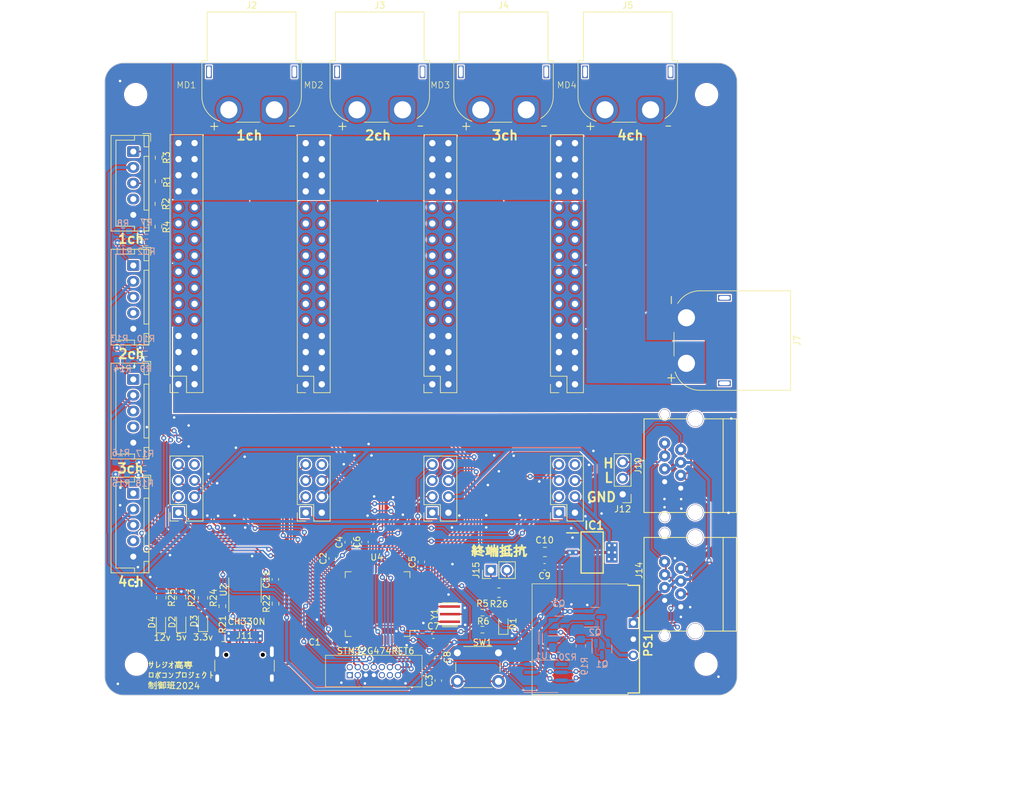
<source format=kicad_pcb>
(kicad_pcb (version 20221018) (generator pcbnew)
  (layers (0 "F.Cu" signal) (31 "B.Cu" signal) (34 "B.Paste" user) (35 "F.Paste" user) (36 "B.SilkS" user "B.Silkscreen") (37 "F.SilkS" user "F.Silkscreen") (38 "B.Mask" user) (39 "F.Mask" user) (44 "Edge.Cuts" user))
  (net 0 "")
  (net 1 "Net-(J1-Pin_1)")
  (net 2 "CANTX_2")
  (net 3 "CANRX_2")
  (net 4 "Net-(J1-Pin_3)")
  (net 6 "Net-(J8-Pin_1)")
  (net 7 "CANTX_1")
  (net 8 "Net-(J8-Pin_3)")
  (net 9 "Net-(J6-Pin_1)")
  (net 10 "Net-(J6-Pin_3)")
  (net 13 "Net-(J9-Pin_1)")
  (net 14 "LED")
  (net 15 "CANRX_1")
  (net 16 "Net-(J9-Pin_3)")
  (net 17 "+5V")
  (net 18 "GNDA")
  (net 19 "+3.3V")
  (net 20 "MB1")
  (net 21 "MA1")
  (net 22 "Iout1")
  (net 23 "A1")
  (net 24 "VDD")
  (net 25 "GND")
  (net 26 "B1")
  (net 27 "lrimit1")
  (net 28 "MB2")
  (net 29 "MA2")
  (net 30 "Iout2")
  (net 31 "A2")
  (net 32 "B2")
  (net 33 "lrimit2")
  (net 34 "MB3")
  (net 35 "MA3")
  (net 36 "Iout3")
  (net 37 "A3")
  (net 38 "B3")
  (net 39 "lrimit3")
  (net 40 "MB4")
  (net 41 "MA4")
  (net 42 "Iout4")
  (net 43 "A4")
  (net 44 "B4")
  (net 45 "lrimit4")
  (net 50 "GNDDETECT")
  (net 51 "T_SWDIO")
  (net 52 "T_SWCLK")
  (net 53 "T_SWO")
  (net 54 "NRST")
  (net 55 "USART2_RX")
  (net 56 "USART2_TX")
  (net 57 "+12V")
  (net 58 "CANH")
  (net 59 "CANL")
  (net 60 "CANRX")
  (net 61 "CANTX")
  (net 62 "Net-(D1-A)")
  (net 67 "Net-(U4-PF0)")
  (net 68 "Net-(U4-PF1)")
  (net 72 "1B")
  (net 73 "1A")
  (net 74 "2A")
  (net 75 "2B")
  (net 76 "3B")
  (net 77 "3A")
  (net 78 "4A")
  (net 79 "4B")
  (net 83 "UART_RX")
  (net 84 "UART_TX")
  (net 85 "unconnected-(U4-PA3-Pad17)")
  (net 87 "Net-(Q1-B)")
  (net 88 "Net-(Q2-G)")
  (net 89 "Net-(U2-UD+)")
  (net 91 "Net-(U2-UD-)")
  (net 92 "5V_DCDC")
  (net 93 "Net-(D2-A)")
  (net 94 "Net-(J11-CC1)")
  (net 95 "Net-(J11-CC2)")
  (net 98 "Net-(D3-A)")
  (net 99 "Net-(D4-A)")
  (net 100 "Net-(J15-Pin_1)")
  (footprint "Resistor_SMD:R_0603_1608Metric_Pad0.98x0.95mm_HandSolder" (layer "F.Cu") (at 58.5 58.68625 -90)
    (fp_text reference "R1")
    (fp_text value "20k")
  )
  (footprint "Resistor_SMD:R_0603_1608Metric_Pad0.98x0.95mm_HandSolder" (layer "F.Cu") (at 76.975 125.427 90)
    (fp_text reference "R22")
    (fp_text value "5.1k")
  )
  (footprint "Connector_JST:JST_XH_B5B-XH-A_1x05_P2.50mm_Vertical" (layer "F.Cu") (at 54.5 72 -90)
    (fp_text reference "J6")
    (fp_text value "Conn_01x05_Socket")
  )
  (footprint "Connector_AMASS:AMASS_XT60PW-F_1x02_P7.20mm_Horizontal" (layer "F.Cu") (at 116.6 47.4)
    (fp_text reference "J4")
    (fp_text value "Conn_01x02")
  )
  (footprint "Capacitor_SMD:C_0603_1608Metric_Pad1.08x0.95mm_HandSolder" (layer "F.Cu") (at 100.01 118.8425 90)
    (fp_text reference "C5")
    (fp_text value "C")
  )
  (footprint "Button_Switch_THT:SW_PUSH_6mm_H5mm" (layer "F.Cu") (at 105.7 133.2)
    (fp_text reference "SW1")
    (fp_text value "SW_Push")
  )
  (footprint "Capacitor_SMD:C_0603_1608Metric_Pad1.08x0.95mm_HandSolder" (layer "F.Cu") (at 85.72 131.58 180)
    (fp_text reference "C1")
    (fp_text value "C")
  )
  (footprint "Capacitor_SMD:C_0603_1608Metric_Pad1.08x0.95mm_HandSolder" (layer "F.Cu") (at 101.92 130.42)
    (fp_text reference "C7")
    (fp_text value "C")
  )
  (footprint "" (layer "F.Cu") (at 195 135)
    (fp_text reference "")
    (fp_text value "")
  )
  (footprint "Resistor_SMD:R_0603_1608Metric_Pad0.98x0.95mm_HandSolder" (layer "F.Cu") (at 58.47 62.2575 -90)
    (fp_text reference "R2")
    (fp_text value "10k")
  )
  (footprint "LED_SMD:LED_0603_1608Metric_Pad1.05x0.95mm_HandSolder" (layer "F.Cu") (at 112.97 128.615 90)
    (fp_text reference "D1")
    (fp_text value "LED")
  )
  (footprint "MD:MD_vetical" (layer "F.Cu") (at 62.89 43.99)
    (fp_text reference "MD1")
    (fp_text value "~")
  )
  (footprint "Connector_AMASS:AMASS_XT60PW-M_1x02_P7.20mm_Horizontal" (layer "F.Cu") (at 141.9 80.26 -90)
    (fp_text reference "J7")
    (fp_text value "Conn_01x02")
  )
  (footprint "Connector_AMASS:AMASS_XT60PW-F_1x02_P7.20mm_Horizontal" (layer "F.Cu") (at 97.05 47.4)
    (fp_text reference "J3")
    (fp_text value "Conn_01x02")
  )
  (footprint "Capacitor_SMD:C_0603_1608Metric_Pad1.08x0.95mm_HandSolder" (layer "F.Cu") (at 102.7 137.6 90)
    (fp_text reference "C3")
    (fp_text value "C")
  )
  (footprint "Package_SO:SOIC-8_3.9x4.9mm_P1.27mm" (layer "F.Cu") (at 72.15 123.29 90)
    (fp_text reference "U2")
    (fp_text value "CH330N")
  )
  (footprint "Package_QFP:LQFP-64_10x10mm_P0.5mm" (layer "F.Cu") (at 93.1 125.5 180)
    (fp_text reference "U4")
    (fp_text value "STM32G474RET6")
  )
  (footprint "LED_SMD:LED_0603_1608Metric_Pad1.05x0.95mm_HandSolder" (layer "F.Cu") (at 65.52 128.185 90)
    (fp_text reference "D3")
    (fp_text value "3.3v")
  )
  (footprint "Connector_JST:JST_XH_B5B-XH-A_1x05_P2.50mm_Vertical" (layer "F.Cu") (at 54.5 108 -90)
    (fp_text reference "J8")
    (fp_text value "Conn_01x05_Socket")
  )
  (footprint "connector:connector" (layer "F.Cu") (at 92.5 136.09)
    (fp_text reference "J13")
    (fp_text value "Conn_02x07_Odd_Even")
  )
  (footprint "RJ45:7810-8P8C" (layer "F.Cu") (at 141 103.63 90)
    (fp_text reference "J10")
    (fp_text value "RJ45")
  )
  (footprint "" (layer "F.Cu") (at 55 65)
    (fp_text reference "")
    (fp_text value "")
  )
  (footprint "Connector_PinHeader_2.54mm:PinHeader_1x03_P2.54mm_Vertical" (layer "F.Cu") (at 131.826 108.155 180)
    (fp_text reference "J12")
    (fp_text value "Conn_01x03_Socket")
  )
  (footprint "MD:SOT230P700X180-4N" (layer "F.Cu") (at 127 117.348)
    (fp_text reference "IC1")
    (fp_text value "AZ1117CH-3.3TRG1" hide)
  )
  (footprint "Resistor_SMD:R_0603_1608Metric_Pad0.98x0.95mm_HandSolder" (layer "F.Cu") (at 68.58 125.83 90)
    (fp_text reference "R21")
    (fp_text value "5.1k")
  )
  (footprint "Capacitor_SMD:C_0603_1608Metric_Pad1.08x0.95mm_HandSolder" (layer "F.Cu") (at 88.47 115.73 90)
    (fp_text reference "C4")
    (fp_text value "C")
  )
  (footprint "Capacitor_SMD:C_0603_1608Metric_Pad1.08x0.95mm_HandSolder" (layer "F.Cu") (at 76.955 121.595 90)
    (fp_text reference "C11")
    (fp_text value "0.1u")
  )
  (footprint "Connector_JST:JST_XH_B5B-XH-A_1x05_P2.50mm_Vertical" (layer "F.Cu") (at 54.5 54 -90)
    (fp_text reference "J1")
    (fp_text value "Conn_01x05_Socket")
  )
  (footprint "Capacitor_SMD:C_0603_1608Metric_Pad1.08x0.95mm_HandSolder" (layer "F.Cu") (at 91.1 115.7 90)
    (fp_text reference "C6")
    (fp_text value "C")
  )
  (footprint "Resistor_SMD:R_0805_2012Metric_Pad1.20x1.40mm_HandSolder" (layer "F.Cu") (at 62.07 124.51 -90)
    (fp_text reference "R23")
    (fp_text value "1kΩ")
  )
  (footprint "Connector_AMASS:AMASS_XT60PW-F_1x02_P7.20mm_Horizontal" (layer "F.Cu") (at 136.232 47.4)
    (fp_text reference "J5")
    (fp_text value "Conn_01x02")
  )
  (footprint "MD:MD_vetical" (layer "F.Cu") (at 82.995 44)
    (fp_text reference "MD2")
    (fp_text value "~")
  )
  (footprint "Resistor_SMD:R_0805_2012Metric_Pad1.20x1.40mm_HandSolder" (layer "F.Cu") (at 58.92 124.485 -90)
    (fp_text reference "R25")
    (fp_text value "1kΩ")
  )
  (footprint "Resistor_SMD:R_0603_1608Metric_Pad0.98x0.95mm_HandSolder" (layer "F.Cu") (at 58.5 54.97375 -90)
    (fp_text reference "R3")
    (fp_text value "10k")
  )
  (footprint "" (layer "F.Cu") (at 55 135)
    (fp_text reference "")
    (fp_text value "")
  )
  (footprint "Capacitor_SMD:C_0603_1608Metric_Pad1.08x0.95mm_HandSolder" (layer "F.Cu") (at 85.94 118.295 90)
    (fp_text reference "C2")
    (fp_text value "C")
  )
  (footprint "" (layer "F.Cu") (at 145.09 55 180)
    (fp_text reference "")
    (fp_text value "")
  )
  (footprint "Resistor_SMD:R_0805_2012Metric_Pad1.20x1.40mm_HandSolder" (layer "F.Cu") (at 65.52 124.51 -90)
    (fp_text reference "R24")
    (fp_text value "1kΩ")
  )
  (footprint "Resistor_SMD:R_0805_2012Metric_Pad1.20x1.40mm_HandSolder" (layer "F.Cu") (at 112.268 123.698)
    (fp_text reference "R26")
    (fp_text value "120Ω")
  )
  (footprint "Capacitor_SMD:C_0805_2012Metric_Pad1.18x1.45mm_HandSolder" (layer "F.Cu") (at 119.54 117.27 180)
    (fp_text reference "C10")
    (fp_text value "10µF ")
  )
  (footprint "Resistor_SMD:R_0603_1608Metric_Pad0.98x0.95mm_HandSolder" (layer "F.Cu") (at 109.67 126.84)
    (fp_text reference "R5")
    (fp_text value "R")
  )
  (footprint "LED_SMD:LED_0603_1608Metric_Pad1.05x0.95mm_HandSolder" (layer "F.Cu") (at 58.87 128.385 90)
    (fp_text reference "D4")
    (fp_text value "12v")
  )
  (footprint "Crystal:Resonator_SMD_Murata_CSTxExxV-3Pin_3.0x1.1mm_HandSoldering" (layer "F.Cu") (at 104.54 127.09 90)
    (fp_text reference "Y1")
    (fp_text value "Crystal_GND2")
  )
  (footprint "Resistor_SMD:R_0603_1608Metric_Pad0.98x0.95mm_HandSolder" (layer "F.Cu") (at 58.47 65.87 -90)
    (fp_text reference "R4")
    (fp_text value "20k")
  )
  (footprint "MD:TO254P570X1700X1780-3P" (layer "F.Cu") (at 133.51 128.505 -90)
    (fp_text reference "PS1")
    (fp_text value "BP5293-50" hide)
  )
  (footprint "MD:MD_vetical" (layer "F.Cu") (at 123 44)
    (fp_text reference "MD4")
    (fp_text value "~")
  )
  (footprint "Capacitor_SMD:C_0603_1608Metric_Pad1.08x0.95mm_HandSolder" (layer "F.Cu") (at 102.7 133.9 -90)
    (fp_text reference "C8")
    (fp_text value "C")
  )
  (footprint "LED_SMD:LED_0603_1608Metric_Pad1.05x0.95mm_HandSolder" (layer "F.Cu") (at 62.07 128.335 90)
    (fp_text reference "D2")
    (fp_text value "5v")
  )
  (footprint "Resistor_SMD:R_0603_1608Metric_Pad0.98x0.95mm_HandSolder" (layer "F.Cu") (at 109.67 129.54)
    (fp_text reference "R6")
    (fp_text value "R")
  )
  (footprint "Connector_PinHeader_2.54mm:PinHeader_1x02_P2.54mm_Vertical" (layer "F.Cu") (at 110.993 120.142 90)
    (fp_text reference "J15")
    (fp_text value "Conn_01x02_Socket")
  )
  (footprint "Connector_AMASS:AMASS_XT60PW-F_1x02_P7.20mm_Horizontal" (layer "F.Cu") (at 76.796 47.4)
    (fp_text reference "J2")
    (fp_text value "Conn_01x02")
  )
  (footprint "RJ45:7810-8P8C" (layer "F.Cu") (at 141 122.37 90)
    (fp_text reference "J14")
    (fp_text value "RJ45")
  )
  (footprint "MD:MD_vetical" (layer "F.Cu") (at 103 44)
    (fp_text reference "MD3")
    (fp_text value "~")
  )
  (footprint "Connector_USB:USB_C_Receptacle_HCTL_HC-TYPE-C-16P-01A" (layer "F.Cu") (at 72.075 136.12)
    (fp_text reference "J11")
    (fp_text value "USB_C_Receptacle_USB2.0")
  )
  (footprint "Capacitor_SMD:C_0603_1608Metric_Pad1.08x0.95mm_HandSolder" (layer "F.Cu") (at 119.48 119.61 180)
    (fp_text reference "C9")
    (fp_text value "0.1μF")
  )
  (footprint "Connector_JST:JST_XH_B5B-XH-A_1x05_P2.50mm_Vertical" (layer "F.Cu") (at 54.5 90 -90)
    (fp_text reference "J9")
    (fp_text value "Conn_01x05_Socket")
  )
  (footprint "Resistor_SMD:R_0603_1608Metric_Pad0.98x0.95mm_HandSolder" (layer "B.Cu") (at 56.575 66.55)
    (fp_text reference "R7")
    (fp_text value "20k")
  )
  (footprint "Resistor_SMD:R_0603_1608Metric_Pad0.98x0.95mm_HandSolder" (layer "B.Cu") (at 56.4875 86.9)
    (fp_text reference "R9")
    (fp_text value "20k")
  )
  (footprint "Resistor_SMD:R_0603_1608Metric_Pad0.98x0.95mm_HandSolder" (layer "B.Cu") (at 56.4875 85)
    (fp_text reference "R10")
    (fp_text value "20k")
  )
  (footprint "Resistor_SMD:R_0603_1608Metric_Pad0.98x0.95mm_HandSolder" (layer "B.Cu") (at 52.58375 105.0075)
    (fp_text reference "R15")
    (fp_text value "10k")
  )
  (footprint "Resistor_SMD:R_0805_2012Metric_Pad1.20x1.40mm_HandSolder" (layer "B.Cu") (at 125.21 132.07 -90)
    (fp_text reference "R19")
    (fp_text value "10KΩ")
  )
  (footprint "Package_TO_SOT_SMD:SOT-23" (layer "B.Cu") (at 127.46 127.57)
    (fp_text reference "Q2")
    (fp_text value "SSM3J332R")
  )
  (footprint "Resistor_SMD:R_0603_1608Metric_Pad0.98x0.95mm_HandSolder" (layer "B.Cu") (at 52.5875 103.1)
    (fp_text reference "R16")
    (fp_text value "10k")
  )
  (footprint "Package_SO:SOIC-8_3.9x4.9mm_P1.27mm" (layer "B.Cu") (at 119.68 136.91)
    (fp_text reference "U1")
    (fp_text value "MCP2562-E-SN")
  )
  (footprint "Resistor_SMD:R_0603_1608Metric_Pad0.98x0.95mm_HandSolder" (layer "B.Cu") (at 52.93125 68.35)
    (fp_text reference "R11")
    (fp_text value "10k")
  )
  (footprint "Resistor_SMD:R_0805_2012Metric_Pad1.20x1.40mm_HandSolder" (layer "B.Cu") (at 121.71 132.37)
    (fp_text reference "R20")
    (fp_text value "10KΩ")
  )
  (footprint "Resistor_SMD:R_0603_1608Metric_Pad0.98x0.95mm_HandSolder" (layer "B.Cu") (at 56.575 68.35)
    (fp_text reference "R12")
    (fp_text value "20k")
  )
  (footprint "Resistor_SMD:R_0603_1608Metric_Pad0.98x0.95mm_HandSolder" (layer "B.Cu") (at 56.3 103.1)
    (fp_text reference "R17")
    (fp_text value "20k")
  )
  (footprint "Resistor_SMD:R_0603_1608Metric_Pad0.98x0.95mm_HandSolder" (layer "B.Cu") (at 56.29625 105.0075)
    (fp_text reference "R18")
    (fp_text value "20k")
  )
  (footprint "Resistor_SMD:R_0603_1608Metric_Pad0.98x0.95mm_HandSolder" (layer "B.Cu") (at 52.7875 85)
    (fp_text reference "R13")
    (fp_text value "10k")
  )
  (footprint "Resistor_SMD:R_0603_1608Metric_Pad0.98x0.95mm_HandSolder" (layer "B.Cu") (at 52.7875 86.9)
    (fp_text reference "R14")
    (fp_text value "10k")
  )
  (footprint "Package_TO_SOT_SMD:SOT-23" (layer "B.Cu") (at 128.5475 132.6075 -90)
    (fp_text reference "Q1")
    (fp_text value "MMBT3906")
  )
  (footprint "Package_TO_SOT_SMD:SOT-23" (layer "B.Cu") (at 121.7725 128.97)
    (fp_text reference "Q3")
    (fp_text value "MMBT3906")
  )
  (footprint "Resistor_SMD:R_0603_1608Metric_Pad0.98x0.95mm_HandSolder" (layer "B.Cu") (at 52.8875 66.6)
    (fp_text reference "R8")
    (fp_text value "10k")
  )
  (gr_arc (start 146.9 40) (mid 149.02132 40.87868) (end 149.9 43) (stroke (width 0.1)) (layer "Edge.Cuts"))
  (gr_line (start 50 136.9) (end 50 43) (stroke (width 0.1)) (layer "Edge.Cuts"))
  (gr_line (start 149.9 43) (end 149.9 136.9) (stroke (width 0.1)) (layer "Edge.Cuts"))
  (gr_line (start 146.9 139.9) (end 53 139.9) (stroke (width 0.1)) (layer "Edge.Cuts"))
  (gr_arc (start 50 43) (mid 50.87868 40.87868) (end 53 40) (stroke (width 0.1)) (layer "Edge.Cuts"))
  (gr_arc (start 149.9 136.9) (mid 149.02132 139.02132) (end 146.9 139.9) (stroke (width 0.1)) (layer "Edge.Cuts"))
  (gr_arc (start 53 139.9) (mid 50.87868 139.02132) (end 50 136.9) (stroke (width 0.1)) (layer "Edge.Cuts"))
  (gr_line (start 53 40) (end 146.9 40) (stroke (width 0.1)) (layer "Edge.Cuts"))
  (gr_text "4ch\n" (at 51.9 122.83) (layer "F.SilkS") (effects (font (size 1.5 1.5) (thickness 0.3) bold) (justify left bottom)))
  (gr_text "L\n" (at 128.778 106.426) (layer "F.SilkS") (effects (font (size 1.5 1.5) (thickness 0.3) bold) (justify left bottom)))
  (gr_text "H" (at 130.556 104.14) (layer "F.SilkS") (effects (font (size 1.5 1.5) (thickness 0.3) bold) (justify left bottom mirror)))
  (gr_text "終端抵抗" (at 107.696 118.11) (layer "F.SilkS") (effects (font (size 1.5 1.5) (thickness 0.3) bold) (justify left bottom)))
  (gr_text "4ch\n" (at 130.81 52.324) (layer "F.SilkS") (effects (font (size 1.5 1.5) (thickness 0.3) bold) (justify left bottom)))
  (gr_text "3ch\n" (at 51.82 104.94) (layer "F.SilkS") (effects (font (size 1.5 1.5) (thickness 0.3) bold) (justify left bottom)))
  (gr_text "1ch\n" (at 51.91 68.66) (layer "F.SilkS") (effects (font (size 1.5 1.5) (thickness 0.3) bold) (justify left bottom)))
  (gr_text "2ch\n" (at 51.94 86.86) (layer "F.SilkS") (effects (font (size 1.5 1.5) (thickness 0.3) bold) (justify left bottom)))
  (gr_text "2ch\n" (at 90.932 52.324) (layer "F.SilkS") (effects (font (size 1.5 1.5) (thickness 0.3) bold) (justify left bottom)))
  (gr_text "1ch\n" (at 70.612 52.324) (layer "F.SilkS") (effects (font (size 1.5 1.5) (thickness 0.3) bold) (justify left bottom)))
  (gr_text "GND\n" (at 125.984 109.474) (layer "F.SilkS") (effects (font (size 1.5 1.5) (thickness 0.3) bold) (justify left bottom)))
  (gr_text "3ch\n" (at 110.998 52.324) (layer "F.SilkS") (effects (font (size 1.5 1.5) (thickness 0.3) bold) (justify left bottom)))
  (gr_text "サレジオ高専\nロボコンプロジェクト\n制御班2024" (at 56.7 139.01) (layer "F.SilkS") (effects (font (size 1 1)) (justify left bottom)))
  (segment (start 58.43875 54) (end 58.5 54.06125) (width 0.25) (layer "F.Cu") (net 1))
  (segment (start 54.5 54) (end 58.43875 54) (width 0.25) (layer "F.Cu") (net 1))
  (segment (start 54.5 54) (end 54.5 53.3) (width 0.25) (layer "F.Cu") (net 1))
  (segment (start 54.5 59) (end 56.125 59) (width 0.25) (layer "F.Cu") (net 4))
  (segment (start 56.125 59) (end 58.47 61.345) (width 0.25) (layer "F.Cu") (net 4))
  (segment (start 51.675 103.1) (end 52.48375 103.90875) (width 0.25) (layer "B.Cu") (net 6))
  (segment (start 52.48375 105.98375) (end 54.5 108) (width 0.25) (layer "B.Cu") (net 6))
  (segment (start 52.48375 103.90875) (end 52.48375 105.98375) (width 0.25) (layer "B.Cu") (net 6))
  (segment (start 51.7 105) (end 51.7 110.2) (width 0.25) (layer "F.Cu") (net 8))
  (segment (start 51.7 110.2) (end 54.5 113) (width 0.25) (layer "F.Cu") (net 8))
  (via (at 51.7 105) (size 0.8) (drill 0.4) (layers "F.Cu" "B.Cu") (net 8))
  (segment (start 52.9 70.4) (end 54.5 72) (width 0.25) (layer "B.Cu") (net 9))
  (segment (start 52.9 67.7) (end 52.9 70.4) (width 0.25) (layer "B.Cu") (net 9))
  (segment (start 51.94375 66.74375) (end 52.9 67.7) (width 0.25) (layer "B.Cu") (net 9))
  (segment (start 52 74.5) (end 54.5 77) (width 0.25) (layer "F.Cu") (net 10))
  (segment (start 52 68.4) (end 52 74.5) (width 0.25) (layer "F.Cu") (net 10))
  (via (at 52 68.4) (size 0.8) (drill 0.4) (layers "F.Cu" "B.Cu") (net 10))
  (segment (start 52.01875 68.35) (end 52.01875 68.38125) (width 0.25) (layer "B.Cu") (net 10))
  (segment (start 52 68.4) (end 52.01875 68.41875) (width 0.25) (layer "B.Cu") (net 10))
  (segment (start 52.01875 68.38125) (end 52 68.4) (width 0.25) (layer "B.Cu") (net 10))
  (segment (start 52.01875 68.41875) (end 52.01875 68.59375) (width 0.25) (layer "B.Cu") (net 10))
  (segment (start 51.875 87.375) (end 54.5 90) (width 0.25) (layer "B.Cu") (net 13))
  (segment (start 51.875 86.9) (end 51.875 87.375) (width 0.25) (layer "B.Cu") (net 13))
  (segment (start 92.35 129.42) (end 92.35 131.175) (width 0.25) (layer "F.Cu") (net 14))
  (segment (start 108.75 128.25) (end 108.7575 128.25) (width 0.25) (layer "F.Cu") (net 14))
  (segment (start 106.27 129.84) (end 107.16 129.84) (width 0.25) (layer "F.Cu") (net 14))
  (segment (start 97.035 129.415) (end 96.51 128.89) (width 0.25) (layer "F.Cu") (net 14))
  (segment (start 107.16 129.84) (end 108.75 128.25) (width 0.25) (layer "F.Cu") (net 14))
  (segment (start 108.7575 126.84) (end 108.7575 129.54) (width 0.25) (layer "F.Cu") (net 14))
  (segment (start 96.51 128.89) (end 92.88 128.89) (width 0.25) (layer "F.Cu") (net 14))
  (segment (start 92.88 128.89) (end 92.35 129.42) (width 0.25) (layer "F.Cu") (net 14))
  (via (at 97.035 129.415) (size 0.8) (drill 0.4) (layers "F.Cu" "B.Cu") (net 14))
  (via (at 106.27 129.84) (size 0.8) (drill 0.4) (layers "F.Cu" "B.Cu") (net 14))
  (segment (start 97.59 129.97) (end 106.14 129.97) (width 0.25) (layer "B.Cu") (net 14))
  (segment (start 106.14 129.97) (end 106.27 129.84) (width 0.25) (layer "B.Cu") (net 14))
  (segment (start 97.035 129.415) (end 97.59 129.97) (width 0.25) (layer "B.Cu") (net 14))
  (segment (start 52.67 85.78) (end 51.83 84.94) (width 0.25) (layer "F.Cu") (net 16))
  (segment (start 54.5 95) (end 52.67 93.17) (width 0.25) (layer "F.Cu") (net 16))
  (segment (start 52.67 93.17) (end 52.67 85.78) (width 0.25) (layer "F.Cu") (net 16))
  (via (at 51.91 85) (size 0.8) (drill 0.4) (layers "F.Cu" "B.Cu") (net 16))
  (segment (start 51.91 85) (end 51.92 85) (width 0.25) (layer "B.Cu") (net 16))
  (segment (start 51.875 85) (end 51.91 85) (width 0.25) (layer "B.Cu") (net 16))
  (segment (start 119.43 123.39) (end 122.71 126.67) (width 0.5) (layer "F.Cu") (net 17))
  (segment (start 120.3425 119.61) (end 119.43 120.5225) (width 0.5) (layer "F.Cu") (net 17))
  (segment (start 122.71 126.67) (end 123.51 126.67) (width 0.5) (layer "F.Cu") (net 17))
  (segment (start 119.43 120.5225) (end 119.43 123.39) (width 0.5) (layer "F.Cu") (net 17))
  (segment (start 123.9 119.648) (end 120.52 119.648) (width 0.5) (layer "F.Cu") (net 17))
  (via (at 74.57 130.125) (size 0.8) (drill 0.4) (layers "F.Cu" "B.Cu") (net 17))
  (via (at 123.51 126.67) (size 0.8) (drill 0.4) (layers "F.Cu" "B.Cu") (net 17))
  (via (at 69.58 130.14) (size 0.8) (drill 0.4) (layers "F.Cu" "B.Cu") (net 17))
  (via (at 122.71 126.67) (size 0.8) (drill 0.4) (layers "F.Cu" "B.Cu") (net 17))
  (via (at 62.095 123.51) (size 0.8) (drill 0.4) (layers "F.Cu" "B.Cu") (net 17))
  (via (at 74.57 130.97) (size 0.8) (drill 0.4) (layers "F.Cu" "B.Cu") (net 17))
  (via (at 69.55 130.99) (size 0.8) (drill 0.4) (layers "F.Cu" "B.Cu") (net 17))
  (segment (start 50.7 96.5) (end 50.68 96.52) (width 0.5) (layer "B.Cu") (net 17))
  (segment (start 118.872 129.983) (end 120.835 128.02) (width 0.5) (layer "B.Cu") (net 17))
  (segment (start 123.185 112.5) (end 123.19 112.5) (width 0.5) (layer "B.Cu") (net 17))
  (segment (start 122.71 126.67) (end 122.71 126.645) (width 0.5) (layer "B.Cu") (net 17))
  (segment (start 69.58 130.14) (end 69.58 130.96) (width 0.5) (layer "B.Cu") (net 17))
  (segment (start 123.46 126.62) (end 123.51 126.67) (width 0.5) (layer "B.Cu") (net 17))
  (segment (start 50.68 114.08) (end 50.8 114.2) (width 0.5) (layer "B.Cu") (net 17))
  (segment (start 61.745 111.06) (end 63.135 112.45) (width 0.5) (layer "B.Cu") (net 17))
  (segment (start 51.7 56.5) (end 50.7 57.5) (width 0.5) (layer "B.Cu") (net 17))
  (segment (start 117.205 136.275) (end 118.215 136.275) (width 0.5) (layer "B.Cu") (net 17))
  (segment (start 118.872 135.618) (end 118.872 129.983) (width 0.5) (layer "B.Cu") (net 17))
  (segment (start 55.74 120.91) (end 63.135 113.515) (width 0.5) (layer "B.Cu") (net 17))
  (segment (start 81.74 111.06) (end 81.8 111.06) (width 0.5) (layer "B.Cu") (net 17))
  (segment (start 123.01 126.62) (end 123.46 126.62) (width 0.5) (layer "B.Cu") (net 17))
  (segment (start 124.1 112.5) (end 127.87 116.27) (width 0.5) (layer "B.Cu") (net 17))
  (segment (start 69.58 130.96) (end 69.55 130.99) (width 0.5) (layer "B.Cu") (net 17))
  (segment (start 62.6 123.51) (end 62.095 123.51) (width 0.5) (layer "B.Cu") (net 17))
  (segment (start 50.8 118.98) (end 52.73 120.91) (width 0.5) (layer "B.Cu") (net 17))
  (segment (start 122.96 126.57) (end 123.01 126.62) (width 0.5) (layer "B.Cu") (net 17))
  (segment (start 50.68 96.52) (end 50.68 114.08) (width 0.5) (layer "B.Cu") (net 17))
  (segment (start 55.94 121.182082) (end 55.94 120.71) (width 0.5) (layer "B.Cu") (net 17))
  (segment (start 121.745 111.06) (end 123.185 112.5) (width 0.5) (layer "B.Cu") (net 17))
  (segment (start 54.5 92.5) (end 50.7 96.3) (width 0.5) (layer "B.Cu") (net 17))
  (segment (start 101.92 111.06) (end 103.36 112.5) (width 0.5) (layer "B.Cu") (net 17))
  (segment (start 127.87 125.57) (end 126.82 126.62) (width 0.5) (layer "B.Cu") (net 17))
  (segment (start 62.05 123.465) (end 58.222918 123.465) (width 0.5) (layer "B.Cu") (net 17))
  (segment (start 62.095 123.51) (end 62.05 123.465) (width 0.5) (layer "B.Cu") (net 17))
  (segment (start 126.82 126.62) (end 126.5225 126.62) (width 0.5) (layer "B.Cu") (net 17))
  (segment (start 58.222918 123.465) (end 55.94 121.182082) (width 0.5) (layer "B.Cu") (net 17))
  (segment (start 81.8 111.06) (end 83.24 112.5) (width 0.5) (layer "B.Cu") (net 17))
  (segment (start 123.56 126.62) (end 126.535 126.62) (width 0.5) (layer "B.Cu") (net 17))
  (segment (start 122.71 126.645) (end 122.785 126.57) (width 0.5) (layer "B.Cu") (net 17))
  (segment (start 83.24 112.5) (end 103.58 112.5) (width 0.5) (layer "B.Cu") (net 17))
  (segment (start 127.87 116.27) (end 127.87 125.57) (width 0.5) (layer "B.Cu") (net 17))
  (segment (start 122.685 126.67) (end 122.71 126.67) (width 0.5) (layer "B.Cu") (net 17))
  (segment (start 103.36 112.5) (end 124.1 112.5) (width 0.5) (layer "B.Cu") (net 17))
  (segment (start 52.73 120.91) (end 55.74 120.91) (width 0.5) (layer "B.Cu") (net 17))
  (segment (start 69.23 130.14) (end 63.32 124.23) (width 0.5) (layer "B.Cu") (net 17))
  (segment (start 65.175 126.085) (end 62.6 123.51) (width 0.5) (layer "B.Cu") (net 17))
  (segment (start 123.51 126.67) (end 123.56 126.62) (width 0.5) (layer "B.Cu") (net 17))
  (segment (start 63.135 112.45) (end 83.07 112.45) (width 0.5) (layer "B.Cu") (net 17))
  (segment (start 69.58 130.14) (end 69.23 130.14) (width 0.5) (layer "B.Cu") (net 17))
  (segment (start 54.5 74.5) (end 50.8 78.2) (width 0.5) (layer "B.Cu") (net 17))
  (segment (start 101.745 111.06) (end 101.92 111.06) (width 0.5) (layer "B.Cu") (net 17))
  (segment (start 121.335 128.02) (end 122.685 126.67) (width 0.5) (layer "B.Cu") (net 17))
  (segment (start 118.215 136.275) (end 118.872 135.618) (width 0.5) (layer "B.Cu") (net 17))
  (segment (start 54.5 110.5) (end 50.8 114.2) (width 0.5) (layer "B.Cu") (net 17))
  (segment (start 122.785 126.57) (end 122.96 126.57) (width 0.5) (layer "B.Cu") (net 17))
  (segment (start 50.7 57.5) (end 50.7 96.5) (width 0.5) (layer "B.Cu") (net 17))
  (segment (start 50.7 96.3) (end 50.7 96.5) (width 0.5) (layer "B.Cu") (net 17))
  (segment (start 63.135 113.515) (end 63.135 112.45) (width 0.5) (layer "B.Cu") (net 17))
  (segment (start 54.5 56.5) (end 51.7 56.5) (width 0.5) (layer "B.Cu") (net 17))
  (segment (start 50.8 114.2) (end 50.8 118.98) (width 0.5) (layer "B.Cu") (net 17))
  (segment (start 123.01 126.62) (end 122.5475 126.62) (width 0.5) (layer "B.Cu") (net 17))
  (segment (start 84.64 131.5575) (end 84.6225 131.575) (width 0.25) (layer "F.Cu") (net 18))
  (segment (start 84.6225 131.575) (end 85.035 131.575) (width 0.25) (layer "F.Cu") (net 18))
  (segment (start 104.54 127.09) (end 107.29 127.09) (width 0.25) (layer "F.Cu") (net 18))
  (segment (start 107.29 127.09) (end 107.3 127.1) (width 0.25) (layer "F.Cu") (net 18))
  (via (at 104.93 119.19) (size 0.8) (drill 0.4) (layers "F.Cu" "B.Cu") (net 18))
  (via (at 125.94 111.62) (size 0.8) (drill 0.4) (layers "F.Cu" "B.Cu") (net 18))
  (via (at 118.65 106.13) (size 0.8) (drill 0.4) (layers "F.Cu" "B.Cu") (net 18))
  (via (at 54.62 85.94) (size 0.8) (drill 0.4) (layers "F.Cu" "B.Cu") (net 18))
  (via (at 92.56 108.49) (size 0.8) (drill 0.4) (layers "F.Cu" "B.Cu") (net 18))
  (via (at 72.1 102.22) (size 0.8) (drill 0.4) (layers "F.Cu" "B.Cu") (net 18))
  (via (at 91.52 111.53) (size 0.8) (drill 0.4) (layers "F.Cu" "B.Cu") (net 18))
  (via (at 110.53 106.69) (size 0.8) (drill 0.4) (layers "F.Cu" "B.Cu") (net 18))
  (via (at 68.89 113.5) (size 0.8) (drill 0.4) (layers "F.Cu" "B.Cu") (net 18))
  (via (at 148.54 111.08) (size 0.8) (drill 0.4) (layers "F.Cu" "B.Cu") (net 18))
  (via (at 60.3 117.77) (size 0.8) (drill 0.4) (layers "F.Cu" "B.Cu") (net 18))
  (via (at 110.27 113.38) (size 0.8) (drill 0.4) (layers "F.Cu" "B.Cu") (net 18))
  (via (at 88.23 131.54) (size 0.8) (drill 0.4) (layers "F.Cu" "B.Cu") (net 18))
  (via (at 83.52 127.95) (size 0.8) (drill 0.4) (layers "F.Cu" "B.Cu") (net 18))
  (via (at 52.06 138.1) (size 0.8) (drill 0.4) (layers "F.Cu" "B.Cu") (net 18))
  (via (at 104.31 123.99) (size 0.8) (drill 0.4) (layers "F.Cu" "B.Cu") (net 18))
  (via (at 114.78 132.53) (size 0.8) (drill 0.4) (layers "F.Cu" "B.Cu") (net 18))
  (via (at 114.6 102.06) (size 0.8) (drill 0.4) (layers "F.Cu" "B.Cu") (net 18))
  (via (at 97.69 132) (size 0.8) (drill 0.4) (layers "F.Cu" "B.Cu") (net 18))
  (via (at 127.201729 101.298271) (size 0.8) (drill 0.4) (layers "F.Cu" "B.Cu") (net 18))
  (via (at 141.09 110.43) (size 0.8) (drill 0.4) (layers "F.Cu" "B.Cu") (net 18))
  (via (at 115.57 111.48) (size 0.8) (drill 0.4) (layers "F.Cu" "B.Cu") (net 18))
  (via (at 146.96 136.98) (size 0.8) (drill 0.4) (layers "F.Cu" "B.Cu") (net 18))
  (via (at 63.246 97.282) (size 0.8) (drill 0.4) (layers "F.Cu" "B.Cu") (net 18))
  (via (at 106.02 111.51) (size 0.8) (drill 0.4) (layers "F.Cu" "B.Cu") (net 18))
  (via (at 60.96 96.012) (size 0.8) (drill 0.4) (layers "F.Cu" "B.Cu") (net 18))
  (via (at 64.64 128.94) (size 0.8) (drill 0.4) (layers "F.Cu" "B.Cu") (net 18))
  (via (at 123.9 115) (size 0.8) (drill 0.4) (layers "F.Cu" "B.Cu") (net 18))
  (via (at 138.44 110.19) (size 0.8) (drill 0.4) (layers "F.Cu" "B.Cu") (net 18))
  (via (at 70.71 100.79) (size 0.8) (drill 0.4) (layers "F.Cu" "B.Cu") (net 18))
  (via (at 106.87345 126.09805) (size 0.8) (drill 0.4) (layers "F.Cu" "B.Cu") (net 18))
  (via (at 52.46 107.12) (size 0.8) (drill 0.4) (layers "F.Cu" "B.Cu") (net 18))
  (via (at 104.85 113.4) (size 0.8) (drill 0.4) (layers "F.Cu" "B.Cu") (net 18))
  (via (at 97.09 111.38) (size 0.8) (drill 0.4) (layers "F.Cu" "B.Cu") (net 18))
  (via (at 110.27 111.47) (size 0.8) (drill 0.4) (layers "F.Cu" "B.Cu") (net 18))
  (via (at 70.51 111.506) (size 0.8) (drill 0.4) (layers "F.Cu" "B.Cu") (net 18))
  (via (at 66.2 111.52) (size 0.8) (drill 0.4) (layers "F.Cu" "B.Cu") (net 18))
  (via (at 96.07 129.78) (size 0.8) (drill 0.4) (layers "F.Cu" "B.Cu") (net 18))
  (via (at 57.18 121.22) (size 0.8) (drill 0.4) (layers "F.Cu" "B.Cu") (net 18))
  (via (at 114.35 130.52) (size 0.8) (drill 0.4) (layers "F.Cu" "B.Cu") (net 18))
  (via (at 92.14 102.02) (size 0.8) (drill 0.4) (layers "F.Cu" "B.Cu") (net 18))
  (via (at 67.9 111.56) (size 0.8) (drill 0.4) (layers "F.Cu" "B.Cu") (net 18))
  (via (at 112.26 104.52) (size 0.8) (drill 0.4) (layers "F.Cu" "B.Cu") (net 18))
  (via (at 95.55 108.62) (size 0.8) (drill 0.4) (layers "F.Cu" "B.Cu") (net 18))
  (via (at 54.67 87.93) (size 0.8) (drill 0.4) (layers "F.Cu" "B.Cu") (net 18))
  (via (at 52.4245 109.887701) (size 0.8) (drill 0.4) (layers "F.Cu" "B.Cu") (net 18))
  (via (at 73.28 117.92) (size 0.8) (drill 0.4) (layers "F.Cu" "B.Cu") (net 18))
  (via (at 148.98 96.18) (size 0.8) (drill 0.4) (layers "F.Cu" "B.Cu") (net 18))
  (via (at 87.376 137.922) (size 0.8) (drill 0.4) (layers "F.Cu" "B.Cu") (net 18))
  (via (at 138.43 108.9) (size 0.8) (drill 0.4) (layers "F.Cu" "B.Cu") (net 18))
  (via (at 56.642 97.536) (size 0.8) (drill 0.4) (layers "F.Cu" "B.Cu") (net 18))
  (via (at 100.33 128.49) (size 0.8) (drill 0.4) (layers "F.Cu" "B.Cu") (net 18))
  (via (at 141.06 108.92) (size 0.8) (drill 0.4) (layers "F.Cu" "B.Cu") (net 18))
  (via (at 141.02 127.52) (size 0.8) (drill 0.4) (layers "F.Cu" "B.Cu") (net 18))
  (via (at 54.93 122.68) (size 0.8) (drill 0.4) (layers "F.Cu" "B.Cu") (net 18))
  (via (at 67.75 106.41) (size 0.8) (drill 0.4) (layers "F.Cu" "B.Cu") (net 18))
  (via (at 142.494 125.984) (size 0.8) (drill 0.4) (layers "F.Cu" "B.Cu") (net 18))
  (via (at 128.49 111.19) (size 0.8) (drill 0.4) (layers "F.Cu" "B.Cu") (net 18))
  (via (at 54.83 122.02) (size 0.8) (drill 0.4) (layers "F.Cu" "B.Cu") (net 18))
  (via (at 91.1 138.04) (size 0.8) (drill 0.4) (layers "F.Cu" "B.Cu") (net 18))
  (via (at 111.53 102.01) (size 0.8) (drill 0.4) (layers "F.Cu" "B.Cu") (net 18))
  (via (at 55.23 119.66) (size 0.8) (drill 0.4) (layers "F.Cu" "B.Cu") (net 18))
  (via (at 126.5 103.5) (size 0.8) (drill 0.4) (layers "F.Cu" "B.Cu") (net 18))
  (via (at 97.514312 138.024312) (size 0.8) (drill 0.4) (layers "F.Cu" "B.Cu") (net 18))
  (via (at 126.59 109.43) (size 0.8) (drill 0.4) (layers "F.Cu" "B.Cu") (net 18))
  (via (at 63.246 100.584) (size 0.8) (drill 0.4) (layers "F.Cu" "B.Cu") (net 18))
  (via (at 52.41 42.85) (size 0.8) (drill 0.4) (layers "F.Cu" "B.Cu") (net 18))
  (via (at 72.18 113.41) (size 0.8) (drill 0.4) (layers "F.Cu" "B.Cu") (net 18))
  (via (at 89.44 102.01) (size 0.8) (drill 0.4) (layers "F.Cu" "B.Cu") (net 18))
  (via (at 91.68 100.21) (size 0.8) (drill 0.4) (layers "F.Cu" "B.Cu") (net 18))
  (via (at 123.7 113.5) (size 0.8) (drill 0.4) (layers "F.Cu" "B.Cu") (net 18))
  (via (at 87.76 103.4) (size 0.8) (drill 0.4) (layers "F.Cu" "B.Cu") (net 18))
  (via (at 126.23 125.64) (size 0.8) (drill 0.4) (layers "F.Cu" "B.Cu") (net 18))
  (via (at 123.72 125.54) (size 0.8) (drill 0.4) (layers "F.Cu" "B.Cu") (net 18))
  (via (at 106.934 128.778) (size 0.8) (drill 0.4) (layers "F.Cu" "B.Cu") (net 18))
  (via (at 66.39 104.94) (size 0.8) (drill 0.4) (layers "F.Cu" "B.Cu") (net 18))
  (via (at 140.07 118.26) (size 0.8) (drill 0.4) (layers "F.Cu" "B.Cu") (net 18))
  (segment (start 76.555 136.43) (end 76.555 136.425) (width 0.5) (layer "B.Cu") (net 18))
  (segment (start 98.73 131.2) (end 96.875 131.2) (width 0.25) (layer "F.Cu") (net 19))
  (segment (start 118.872 131.752) (end 118.872 127.448) (width 0.25) (layer "F.Cu") (net 19))
  (segment (start 70.245 122.135) (end 70.625 122.515) (width 0.25) (layer "F.Cu") (net 19))
  (segment (start 105.22 131.52) (end 103.8775 132.8625) (width 0.25) (layer "F.Cu") (net 19))
  (segment (start 78.74 127.64) (end 78.74 122.5175) (width 0.5) (layer "F.Cu") (net 19))
  (segment (start 120.9 133.78) (end 118.872 131.752) (width 0.25) (layer "F.Cu") (net 19))
  (segment (start 124.42 117.33) (end 120.6375 117.33) (width 0.5) (layer "F.Cu") (net 19))
  (segment (start 124.43 117.34) (end 124.42 117.33) (width 0.5) (layer "F.Cu") (net 19))
  (segment (start 70.245 120.815) (end 70.245 122.135) (width 0.25) (layer "F.Cu") (net 19))
  (segment (start 89.295 119.88) (end 89.35 119.825) (width 0.25) (layer "F.Cu") (net 19))
  (segment (start 74.055 122.215) (end 74.055 120.815) (width 0.25) (layer "F.Cu") (net 19))
  (segment (start 88.7975 116.54) (end 90.4025 116.54) (width 0.25) (layer "F.Cu") (net 19))
  (segment (start 90.85 119.825) (end 91.35 119.825) (width 0.25) (layer "F.Cu") (net 19))
  (segment (start 66.515 122.515) (end 70.625 122.515) (width 0.25) (layer "F.Cu") (net 19))
  (segment (start 105.22 131.52) (end 105.21 131.53) (width 0.25) (layer "F.Cu") (net 19))
  (segment (start 70.625 122.515) (end 73.755 122.515) (width 0.25) (layer "F.Cu") (net 19))
  (segment (start 65.52 123.51) (end 66.515 122.515) (width 0.25) (layer "F.Cu") (net 19))
  (segment (start 103.8775 132.8625) (end 101.28 132.8625) (width 0.25) (layer "F.Cu") (net 19))
  (segment (start 101.9925 131.53) (end 100.7625 130.3) (width 0.25) (layer "F.Cu") (net 19))
  (segment (start 90.4025 116.54) (end 90.85 116.9875) (width 0.25) (layer "F.Cu") (net 19))
  (segment (start 105.21 131.53) (end 101.9925 131.53) (width 0.25) (layer "F.Cu") (net 19))
  (segment (start 120.6375 117.33) (end 120.5775 117.27) (width 0.5) (layer "F.Cu") (net 19))
  (segment (start 123.908 117.34) (end 123.9 117.348) (width 0.5) (layer "F.Cu") (net 19))
  (segment (start 90.85 116.9875) (end 90.85 119.825) (width 0.25) (layer "F.Cu") (net 19))
  (segment (start 124.41 117.34) (end 123.908 117.34) (width 0.5) (layer "F.Cu") (net 19))
  (segment (start 100.01 119.88) (end 100.01 120.515) (width 0.25) (layer "F.Cu") (net 19))
  (segment (start 86.4875 119.88) (end 89.295 119.88) (width 0.25) (layer "F.Cu") (net 19))
  (segment (start 87.53125 117.80625) (end 88.7975 116.54) (width 0.25) (layer "F.Cu") (net 19))
  (segment (start 74.055 120.815) (end 74.906 121.666) (width 0.25) (layer "F.Cu") (net 19))
  (segment (start 73.755 122.515) (end 74.055 122.215) (width 0.25) (layer "F.Cu") (net 19))
  (segment (start 78.74 122.5175) (end 76.955 120.7325) (width 0.5) (layer "F.Cu") (net 19))
  (segment (start 100.7625 130.325) (end 100.7625 130.3) (width 0.25) (layer "F.Cu") (net 19))
  (segment (start 87.53125 117.80625) (end 85.9625 119.375) (width 0.25) (layer "F.Cu") (net 19))
  (segment (start 100.7625 130.3) (end 99.825 130.3) (width 0.25) (layer "F.Cu") (net 19))
  (segment (start 85.94 119.3325) (end 86.4875 119.88) (width 0.25) (layer "F.Cu") (net 19))
  (segment (start 86.81 129.9125) (end 86.8075 129.9125) (width 0.25) (layer "F.Cu") (net 19))
  (segment (start 87.425 129.295) (end 87.425 129.25) (width 0.25) (layer "F.Cu") (net 19))
  (segment (start 86.81 131.8075) (end 86.81 129.9125) (width 0.25) (layer "F.Cu") (net 19))
  (segment (start 130.6 117.34) (end 124.43 117.34) (width 0.5) (layer "F.Cu") (net 19))
  (segment (start 76.2 121.666) (end 76.955 120.911) (width 0.25) (layer "F.Cu") (net 19))
  (segment (start 99.825 130.3) (end 98.775 129.25) (width 0.25) (layer "F.Cu") (net 19))
  (segment (start 96.875 131.2) (end 96.85 131.175) (width 0.25) (layer "F.Cu") (net 19))
  (segment (start 76.955 120.911) (end 76.955 120.7325) (width 0.25) (layer "F.Cu") (net 19))
  (segment (start 74.906 121.666) (end 76.2 121.666) (width 0.25) (layer "F.Cu") (net 19))
  (segment (start 124.42 117.33) (end 124.41 117.34) (width 0.5) (layer "F.Cu") (net 19))
  (segment (start 98.9 131.2) (end 98.73 131.2) (width 0.25) (layer "F.Cu") (net 19))
  (segment (start 100.01 120.515) (end 98.775 121.75) (width 0.25) (layer "F.Cu") (net 19))
  (segment (start 85.33 130.3275) (end 86.81 131.8075) (width 0.25) (layer "F.Cu") (net 19))
  (segment (start 86.8075 129.9125) (end 87.425 129.295) (width 0.25) (layer "F.Cu") (net 19))
  (segment (start 85.33 129.44) (end 85.33 130.3275) (width 0.25) (layer "F.Cu") (net 19))
  (via (at 118.872 127.448) (size 0.8) (drill 0.4) (layers "F.Cu" "B.Cu") (net 19))
  (via (at 130.6 117.34) (size 0.8) (drill 0.4) (layers "F.Cu" "B.Cu") (net 19))
  (via (at 87.53125 117.80625) (size 0.8) (drill 0.4) (layers "F.Cu" "B.Cu") (net 19))
  (via (at 130.6 118.41) (size 0.8) (drill 0.4) (layers "F.Cu" "B.Cu") (net 19))
  (via (at 124.42 117.33) (size 0.8) (drill 0.4) (layers "F.Cu" "B.Cu") (net 19))
  (via (at 101.28 132.8625) (size 0.8) (drill 0.4) (layers "F.Cu" "B.Cu") (net 19))
  (via (at 120.9 133.78) (size 0.8) (drill 0.4) (layers "F.Cu" "B.Cu") (net 19))
  (via (at 78.74 127.64) (size 0.8) (drill 0.4) (layers "F.Cu" "B.Cu") (net 19))
  (via (at 98.73 131.2) (size 0.8) (drill 0.4) (layers "F.Cu" "B.Cu") (net 19))
  (via (at 85.33 129.44) (size 0.8) (drill 0.4) (layers "F.Cu" "B.Cu") (net 19))
  (via (at 130.58 116.18) (size 0.8) (drill 0.4) (layers "F.Cu" "B.Cu") (net 19))
  (via (at 100.01 119.88) (size 0.8) (drill 0.4) (layers "F.Cu" "B.Cu") (net 19))
  (via (at 105.22 131.52) (size 0.8) (drill 0.4) (layers "F.Cu" "B.Cu") (net 19))
  (via (at 129.63 117.32) (size 0.8) (drill 0.4) (layers "F.Cu" "B.Cu") (net 19))
  (via (at 129.65 118.39) (size 0.8) (drill 0.4) (layers "F.Cu" "B.Cu") (net 19))
  (via (at 123.46 117.36) (size 0.8) (drill 0.4) (layers "F.Cu" "B.Cu") (net 19))
  (via (at 129.69 116.22) (size 0.8) (drill 0.4) (layers "F.Cu" "B.Cu") (net 19))
  (segment (start 107.696 131.006) (end 108.11 131.42) (width 0.25) (layer "B.Cu") (net 19))
  (segment (start 127.5 103.297918) (end 125.302082 101.1) (width 0.5) (layer "B.Cu") (net 19))
  (segment (start 90.81 138.92) (end 89.96 138.07) (width 0.25) (layer "B.Cu") (net 19))
  (segment (start 123.46 117.36) (end 124.39 117.36) (width 0.5) (layer "B.Cu") (net 19))
  (segment (start 91.6 101.1) (end 71.7 101.1) (width 0.5) (layer "B.Cu") (net 19))
  (segment (start 64.285 108.515) (end 64.285 108.52) (width 0.5) (layer "B.Cu") (net 19))
  (segment (start 105.22 131.52) (end 114.8 131.52) (width 0.5) (layer "B.Cu") (net 19))
  (segment (start 129.69 113.942) (end 127.5 111.752) (width 0.5) (layer "B.Cu") (net 19))
  (segment (start 99.6175 131.2) (end 98.73 131.2) (width 0.25) (layer "B.Cu") (net 19))
  (segment (start 84.41 120.94) (end 87.53125 117.81875) (width 0.25) (layer "B.Cu") (net 19))
  (segment (start 121.9 124.42) (end 121.9 119.11) (width 0.5) (layer "B.Cu") (net 19))
  (segment (start 123.46 117.55) (end 123.46 117.36) (width 0.5) (layer "B.Cu") (net 19))
  (segment (start 113.77 101.1) (end 106.35 108.52) (width 0.5) (layer "B.Cu") (net 19))
  (segment (start 100.01 119.88) (end 99.23 119.88) (width 0.25) (layer "B.Cu") (net 19))
  (segment (start 124.285 108.52) (end 127.495 111.73) (width 0.5) (layer "B.Cu") (net 19))
  (segment (start 89.96 138.07) (end 89.96 136.73) (width 0.25) (layer "B.Cu") (net 19))
  (segment (start 91.6 101.2) (end 91.6 101.1) (width 0.5) (layer "B.Cu") (net 19))
  (segment (start 120.93 133.78) (end 122.155 135.005) (width 0.25) (layer "B.Cu") (net 19))
  (segment (start 88.7975 116.54) (end 87.53125 117.80625) (width 0.25) (layer "B.Cu") (net 19))
  (segment (start 129.63 117.32) (end 129.69 117.33) (width 0.5) (layer "B.Cu") (net 19))
  (segment (start 95.89 116.54) (end 88.7975 116.54) (width 0.25) (layer "B.Cu") (net 19))
  (segment (start 85.33 129.44) (end 85.33 129.28) (width 0.25) (layer "B.Cu") (net 19))
  (segment (start 84.28 108.52) (end 91.6 101.2) (width 0.5) (layer "B.Cu") (net 19))
  (segment (start 121.9 119.11) (end 123.46 117.55) (width 0.5) (layer "B.Cu") (net 19))
  (segment (start 113.792 101.1) (end 113.77 101.1) (width 0.5) (layer "B.Cu") (net 19))
  (segment (start 71.7 101.1) (end 64.285 108.515) (width 0.5) (layer "B.Cu") (net 19))
  (segment (start 101.28 132.8625) (end 99.6175 131.2) (width 0.25) (layer "B.Cu") (net 19))
  (segment (start 101.68 119.88) (end 107.696 125.896) (width 0.25) (layer "B.Cu") (net 19))
  (segment (start 125.302082 101.1) (end 91.6 101.1) (width 0.5) (layer "B.Cu") (net 19))
  (segment (start 83.23 138.92) (end 78.74 134.43) (width 0.5) (layer "B.Cu") (net 19))
  (segment (start 87.53125 117.80625) (end 87.16875 118.16875) (width 0.25) (layer "B.Cu") (net 19))
  (segment (start 106.35 108.52) (end 104.285 108.52) (width 0.5) (layer "B.Cu") (net 19))
  (segment (start 87.53125 117.81875) (end 87.53125 117.80625) (width 0.25) (layer "B.Cu") (net 19))
  (segment (start 100.01 119.88) (end 101.68 119.88) (width 0.25) (layer "B.Cu") (net 19))
  (segment (start 107.696 125.896) (end 107.696 131.006) (width 0.25) (layer "B.Cu") (net 19))
  (segment (start 97.82 138.92) (end 83.23 138.92) (width 0.5) (layer "B.Cu") (net 19))
  (segment (start 120.9 133.78) (end 120.93 133.78) (width 0.25) (layer "B.Cu") (net 19))
  (segment (start 127.5 111.752) (end 127.5 103.297918) (width 0.5) (layer "B.Cu") (net 19))
  (segment (start 123.46 117.36) (end 123.65 117.36) (width 0.5) (layer "B.Cu") (net 19))
  (segment (start 105.22 131.52) (end 97.82 138.92) (width 0.5) (layer "B.Cu") (net 19))
  (segment (start 85.33 129.28) (end 84.41 128.36) (width 0.25) (layer "B.Cu") (net 19))
  (segment (start 129.69 116.22) (end 129.69 113.942) (width 0.5) (layer "B.Cu") (net 19))
  (segment (start 129.69 117.33) (end 129.69 116.22) (width 0.5) (layer "B.Cu") (net 19))
  (segment (start 123.65 117.36) (end 123.68 117.33) (width 0.5) (layer "B.Cu") (net 19))
  (segment (start 84.41 128.36) (end 84.41 120.94) (width 0.25) (layer "B.Cu") (net 19))
  (segment (start 124.39 117.36) (end 124.42 117.33) (width 0.5) (layer "B.Cu") (net 19))
  (segment (start 99.23 119.88) (end 95.89 116.54) (width 0.25) (layer "B.Cu") (net 19))
  (segment (start 78.74 134.43) (end 78.74 127.64) (width 0.5) (layer "B.Cu") (net 19))
  (segment (start 87.16875 118.16875) (end 87.16875 118.17125) (width 0.25) (layer "B.Cu") (net 19))
  (segment (start 127.495 111.73) (end 127.5 111.73) (width 0.5) (layer "B.Cu") (net 19))
  (segment (start 114.8 131.52) (end 121.9 124.42) (width 0.5) (layer "B.Cu") (net 19))
  (segment (start 76.645 114.67) (end 85.225 123.25) (width 0.25) (layer "F.Cu") (net 22))
  (segment (start 85.225 123.25) (end 87.425 123.25) (width 0.25) (layer "F.Cu") (net 22))
  (segment (start 61.745 108.52) (end 59.89 110.375) (width 0.25) (layer "F.Cu") (net 22))
  (segment (start 59.89 110.375) (end 59.89 113.23) (width 0.25) (layer "F.Cu") (net 22))
  (segment (start 61.33 114.67) (end 76.645 114.67) (width 0.25) (layer "F.Cu") (net 22))
  (segment (start 59.89 113.23) (end 61.33 114.67) (width 0.25) (layer "F.Cu") (net 22))
  (segment (start 67.795622 113.371023) (end 67.056 112.631401) (width 0.25) (layer "F.Cu") (net 23))
  (segment (start 84.741188 125.25) (end 87.425 125.25) (width 0.25) (layer "F.Cu") (net 23))
  (segment (start 75.91 116.8245) (end 76.315688 116.8245) (width 0.25) (layer "F.Cu") (net 23))
  (segment (start 76.315688 116.8245) (end 84.741188 125.25) (width 0.25) (layer "F.Cu") (net 23))
  (segment (start 67.056 108.712) (end 64.324 105.98) (width 0.25) (layer "F.Cu") (net 23))
  (segment (start 64.324 105.98) (end 64.285 105.98) (width 0.25) (layer "F.Cu") (net 23))
  (segment (start 67.056 112.631401) (end 67.056 108.712) (width 0.25) (layer "F.Cu") (net 23))
  (via (at 67.795622 113.371023) (size 0.8) (drill 0.4) (layers "F.Cu" "B.Cu") (net 23))
  (via (at 75.91 116.8245) (size 0.8) (drill 0.4) (layers "F.Cu" "B.Cu") (net 23))
  (segment (start 75.6355 116.55) (end 70.75 116.55) (width 0.25) (layer "B.Cu") (net 23))
  (segment (start 75.91 116.8245) (end 75.6355 116.55) (width 0.25) (layer "B.Cu") (net 23))
  (segment (start 70.75 116.55) (end 67.795622 113.595622) (width 0.25) (layer "B.Cu") (net 23))
  (segment (start 67.795622 113.595622) (end 67.795622 113.371023) (width 0.25) (layer "B.Cu") (net 23))
  (segment (start 62.992 107.227) (end 61.745 105.98) (width 0.25) (layer "F.Cu") (net 26))
  (segment (start 84.604792 125.75) (end 87.425 125.75) (width 0.25) (layer "F.Cu") (net 26))
  (segment (start 62.992 112.522) (end 62.992 107.227) (width 0.25) (layer "F.Cu") (net 26))
  (segment (start 66.548 113.3715) (end 66.4605 113.284) (width 0.25) (layer "F.Cu") (net 26))
  (segment (start 66.4605 113.284) (end 63.754 113.284) (width 0.25) (layer "F.Cu") (net 26))
  (segment (start 76.710792 117.856) (end 84.604792 125.75) (width 0.25) (layer "F.Cu") (net 26))
  (segment (start 76.2 117.856) (end 76.710792 117.856) (width 0.25) (layer "F.Cu") (net 26))
  (segment (start 63.754 113.284) (end 62.992 112.522) (width 0.25) (layer "F.Cu") (net 26))
  (via (at 76.2 117.856) (size 0.8) (drill 0.4) (layers "F.Cu" "B.Cu") (net 26))
  (via (at 66.548 113.3715) (size 0.8) (drill 0.4) (layers "F.Cu" "B.Cu") (net 26))
  (segment (start 66.7715 113.3715) (end 70.43 117.03) (width 0.25) (layer "B.Cu") (net 26))
  (segment (start 74.98 117.03) (end 75.88 117.93) (width 0.25) (layer "B.Cu") (net 26))
  (segment (start 75.88 117.93) (end 76.126 117.93) (width 0.25) (layer "B.Cu") (net 26))
  (segment (start 76.126 117.93) (end 76.2 117.856) (width 0.25) (layer "B.Cu") (net 26))
  (segment (start 66.548 113.3715) (end 66.7715 113.3715) (width 0.25) (layer "B.Cu") (net 26))
  (segment (start 70.43 117.03) (end 74.98 117.03) (width 0.25) (layer "B.Cu") (net 26))
  (segment (start 81.53 114.15) (end 81.55 114.17) (width 0.25) (layer "F.Cu") (net 27))
  (segment (start 73.738 113.538) (end 64.85 104.65) (width 0.25) (layer "F.Cu") (net 27))
  (segment (start 81.55 116.602) (end 86.698 121.75) (width 0.25) (layer "F.Cu") (net 27))
  (segment (start 62.955 104.65) (end 61.745 103.44) (width 0.25) (layer "F.Cu") (net 27))
  (segment (start 86.698 121.75) (end 87.425 121.75) (width 0.25) (layer "F.Cu") (net 27))
  (segment (start 64.85 104.65) (end 62.955 104.65) (width 0.25) (layer "F.Cu") (net 27))
  (segment (start 81.55 114.17) (end 81.55 116.602) (width 0.25) (layer "F.Cu") (net 27))
  (via (at 73.738 113.538) (size 0.8) (drill 0.4) (layers "F.Cu" "B.Cu") (net 27))
  (via (at 81.53 114.15) (size 0.8) (drill 0.4) (layers "F.Cu" "B.Cu") (net 27))
  (segment (start 73.738 113.538) (end 73.776 113.5) (width 0.25) (layer "B.Cu") (net 27))
  (segment (start 73.776 113.5) (end 80.88 113.5) (width 0.25) (layer "B.Cu") (net 27))
  (segment (start 80.88 113.5) (end 81.53 114.15) (width 0.25) (layer "B.Cu") (net 27))
  (segment (start 79.4 116.23) (end 79.4 110.86) (width 0.25) (layer "F.Cu") (net 30))
  (segment (start 85.92 122.75) (end 85.5 122.33) (width 0.25) (layer "F.Cu") (net 30))
  (segment (start 87.425 122.75) (end 85.92 122.75) (width 0.25) (layer "F.Cu") (net 30))
  (segment (start 79.4 110.86) (end 81.74 108.52) (width 0.25) (layer "F.Cu") (net 30))
  (segment (start 85.5 122.33) (end 79.4 116.23) (width 0.25) (layer "F.Cu") (net 30))
  (segment (start 93.15 129.83) (end 93.35 130.03) (width 0.25) (layer "F.Cu") (net 31))
  (segment (start 92.63 109.64) (end 91.58 109.64) (width 0.25) (layer "F.Cu") (net 31))
  (segment (start 95.25 109.67) (end 96.3 110.72) (width 0.25) (layer "F.Cu") (net 31))
  (segment (start 96.3 111.83) (end 95.43 112.7) (width 0.25) (layer "F.Cu") (net 31))
  (segment (start 96.3 110.72) (end 96.3 111.83) (width 0.25) (layer "F.Cu") (net 31))
  (segment (start 91.58 109.64) (end 86.69 104.75) (width 0.25) (layer "F.Cu") (net 31))
  (segment (start 94.6 116.56) (end 94.6 117.52) (width 0.25) (layer "F.Cu") (net 31))
  (segment (start 93.35 130.03) (end 93.35 131.175) (width 0.25) (layer "F.Cu") (net 31))
  (segment (start 95.43 115.73) (end 94.6 116.56) (width 0.25) (layer "F.Cu") (net 31))
  (segment (start 95.43 112.7) (end 95.43 115.73) (width 0.25) (layer "F.Cu") (net 31))
  (segment (start 82.97 104.75) (end 81.74 105.98) (width 0.25) (layer "F.Cu") (net 31))
  (segment (start 86.69 104.75) (end 82.97 104.75) (width 0.25) (layer "F.Cu") (net 31))
  (via (at 95.25 109.67) (size 0.8) (drill 0.4) (layers "F.Cu" "B.Cu") (net 31))
  (via (at 94.6 117.52) (size 0.8) (drill 0.4) (layers "F.Cu" "B.Cu") (net 31))
  (via (at 92.63 109.64) (size 0.8) (drill 0.4) (layers "F.Cu" "B.Cu") (net 31))
  (via (at 93.15 129.83) (size 0.8) (drill 0.4) (layers "F.Cu" "B.Cu") (net 31))
  (segment (start 92.79 119.59) (end 94.6 117.78) (width 0.25) (layer "B.Cu") (net 31))
  (segment (start 93.15 129.83) (end 92.79 129.47) (width 0.25) (layer "B.Cu") (net 31))
  (segment (start 92.63 109.64) (end 92.79 109.64) (width 0.25) (layer "B.Cu") (net 31))
  (segment (start 94.6 117.77) (end 94.4 117.97) (width 0.25) (layer "B.Cu") (net 31))
  (segment (start 94.6 117.78) (end 94.6 117.52) (width 0.25) (layer "B.Cu") (net 31))
  (segment (start 92.79 129.47) (end 92.79 119.59) (width 0.25) (layer "B.Cu") (net 31))
  (segment (start 94.6 117.52) (end 94.6 117.77) (width 0.25) (layer "B.Cu") (net 31))
  (segment (start 95.25 109.67) (end 92.66 109.67) (width 0.25) (layer "B.Cu") (net 31))
  (segment (start 92.66 109.67) (end 92.63 109.64) (width 0.25) (layer "B.Cu") (net 31))
  (segment (start 92.79 109.64) (end 92.85 109.7) (width 0.25) (layer "B.Cu") (net 31))
  (segment (start 94.98 112.513604) (end 94.98 115.53) (width 0.25) (layer "F.Cu") (net 32))
  (segment (start 93.86 116.65) (end 93.86 117.805305) (width 0.25) (layer "F.Cu") (net 32))
  (segment (start 95.6 111.893604) (end 94.98 112.513604) (width 0.25) (layer "F.Cu") (net 32))
  (segment (start 95.23 110.84) (end 95.6 111.21) (width 0.25) (layer "F.Cu") (net 32))
  (segment (start 95.6 111.21) (end 95.6 111.893604) (width 0.25) (layer "F.Cu") (net 32))
  (segment (start 92 110.75) (end 86.65 105.4) (width 0.25) (layer "F.Cu") (net 32))
  (segment (start 94.98 115.53) (end 93.86 116.65) (width 0.25) (layer "F.Cu") (net 32))
  (segment (start 92.65 110.75) (end 92 110.75) (width 0.25) (layer "F.Cu") (net 32))
  (segment (start 84.86 105.4) (end 84.28 105.98) (width 0.25) (layer "F.Cu") (net 32))
  (segment (start 94.85 118.795305) (end 94.85 119.825) (width 0.25) (layer "F.Cu") (net 32))
  (segment (start 93.86 117.805305) (end 94.85 118.795305) (width 0.25) (layer "F.Cu") (net 32))
  (segment (start 86.65 105.4) (end 84.86 105.4) (width 0.25) (layer "F.Cu") (net 32))
  (via (at 92.65 110.75) (size 0.8) (drill 0.4) (layers "F.Cu" "B.Cu") (net 32))
  (via (at 95.23 110.84) (size 0.8) (drill 0.4) (layers "F.Cu" "B.Cu") (net 32))
  (segment (start 92.65 110.75) (end 95.07 110.75) (width 0.25) (layer "B.Cu") (net 32))
  (segment (start 80.518 116.206396) (end 86.561604 122.25) (width 0.25) (layer "F.Cu") (net 33))
  (segment (start 78.14 114.6) (end 78.14 106.98) (width 0.25) (layer "F.Cu") (net 33))
  (segment (start 81.68 103.44) (end 81.74 103.44) (width 0.25) (layer "F.Cu") (net 33))
  (segment (start 86.561604 122.25) (end 87.425 122.25) (width 0.25) (layer "F.Cu") (net 33))
  (segment (start 80.518 115.316) (end 80.518 116.206396) (width 0.25) (layer "F.Cu") (net 33))
  (segment (start 78.14 106.98) (end 81.68 103.44) (width 0.25) (layer "F.Cu") (net 33))
  (segment (start 78.19 114.65) (end 78.14 114.6) (width 0.25) (layer "F.Cu") (net 33))
  (via (at 78.19 114.65) (size 0.8) (drill 0.4) (layers "F.Cu" "B.Cu") (net 33))
  (via (at 80.518 115.316) (size 0.8) (drill 0.4) (layers "F.Cu" "B.Cu") (net 33))
  (segment (start 80.202 115) (end 80.518 115.316) (width 0.25) (layer "B.Cu") (net 33))
  (segment (start 78.19 114.65) (end 78.54 115) (width 0.25) (layer "B.Cu") (net 33))
  (segment (start 78.54 115) (end 80.202 115) (width 0.25) (layer "B.Cu") (net 33))
  (segment (start 100.21 108.52) (end 101.745 108.52) (width 0.25) (layer "F.Cu") (net 36))
  (segment (start 93.665 115.335) (end 92.85 116.15) (width 0.25) (layer "F.Cu") (net 36))
  (segment (start 96.28 114.3) (end 98.044 112.536) (width 0.25) (layer "F.Cu") (net 36))
  (segment (start 98.044 112.536) (end 98.044 110.686) (width 0.25) (layer "F.Cu") (net 36))
  (segment (start 98.044 110.686) (end 100.21 108.52) (width 0.25) (layer "F.Cu") (net 36))
  (segment (start 92.85 116.15) (end 92.85 119.825) (width 0.25) (layer "F.Cu") (net 36))
  (via (at 93.665 115.335) (size 0.8) (drill 0.4) (layers "F.Cu" "B.Cu") (net 36))
  (via (at 96.28 114.3) (size 0.8) (drill 0.4) (layers "F.Cu" "B.Cu") (net 36))
  (segment (start 93.665 115.335) (end 94.7 114.3) (width 0.25) (layer "B.Cu") (net 36))
  (segment (start 94.7 114.3) (end 96.28 114.3) (width 0.25) (layer "B.Cu") (net 36))
  (segment (start 100.15 124.25) (end 98.775 124.25) (width 0.25) (layer "F.Cu") (net 37))
  (segment (start 102.59 121.81) (end 100.15 124.25) (width 0.25) (layer "F.Cu") (net 37))
  (segment (start 108.35 102.23) (end 108.35 103.25) (width 0.25) (layer "F.Cu") (net 37))
  (segment (start 102.59 118.12) (end 102.59 121.81) (width 0.25) (layer "F.Cu") (net 37))
  (segment (start 107.96 112.75) (end 102.59 118.12) (width 0.25) (layer "F.Cu") (net 37))
  (segment (start 107.96 103.64) (end 107.96 112.75) (width 0.25) (layer "F.Cu") (net 37))
  (segment (start 108.35 103.25) (end 107.96 103.64) (width 0.25) (layer "F.Cu") (net 37))
  (via (at 108.35 102.23) (size 0.8) (drill 0.4) (layers "F.Cu" "B.Cu") (net 37))
  (segment (start 106.78 102.23) (end 106.77 102.22) (width 0.25) (layer "B.Cu") (net 37))
  (segment (start 103.02 102.69) (end 103.02 104.705) (width 0.25) (layer "B.Cu") (net 37))
  (segment (start 108.35 102.23) (end 106.78 102.23) (width 0.25) (layer "B.Cu") (net 37))
  (segment (start 103.02 104.705) (end 101.745 105.98) (width 0.25) (layer "B.Cu") (net 37))
  (segment (start 106.77 102.22) (end 103.49 102.22) (width 0.25) (layer "B.Cu") (net 37))
  (segment (start 103.49 102.22) (end 103.02 102.69) (width 0.25) (layer "B.Cu") (net 37))
  (segment (start 108.685 104.6) (end 108.75 104.665) (width 0.25) (layer "F.Cu") (net 38))
  (segment (start 103.06 118.286396) (end 103.06 121.99) (width 0.25) (layer "F.Cu") (net 38))
  (segment (start 100.3 124.75) (end 98.775 124.75) (width 0.25) (layer "F.Cu") (net 38))
  (segment (start 103.06 121.99) (end 100.3 124.75) (width 0.25) (layer "F.Cu") (net 38))
  (segment (start 108.41 105.53) (end 108.41 112.936396) (width 0.25) (layer "F.Cu") (net 38))
  (segment (start 108.41 112.936396) (end 103.06 118.286396) (width 0.25) (layer "F.Cu") (net 38))
  (segment (start 108.75 105.19) (end 108.41 105.53) (width 0.25) (layer "F.Cu") (net 38))
  (segment (start 108.75 104.665) (end 108.75 105.19) (width 0.25) (layer "F.Cu") (net 38))
  (via (at 108.685 104.6) (size 0.8) (drill 0.4) (layers "F.Cu" "B.Cu") (net 38))
  (segment (start 106.14 104.18) (end 104.34 105.98) (width 0.25) (layer "B.Cu") (net 38))
  (segment (start 104.34 105.98) (end 104.285 105.98) (width 0.25) (layer "B.Cu") (net 38))
  (segment (start 108.265 104.18) (end 106.14 104.18) (width 0.25) (layer "B.Cu") (net 38))
  (segment (start 108.685 104.6) (end 108.265 104.18) (width 0.25) (layer "B.Cu") (net 38))
  (segment (start 99.45 112.93) (end 95.35 117.03) (width 0.25) (layer "F.Cu") (net 39))
  (segment (start 99.45 111.6) (end 99.45 112.93) (width 0.25) (layer "F.Cu") (net 39))
  (segment (start 95.35 117.03) (end 95.35 119.825) (width 0.25) (layer "F.Cu") (net 39))
  (via (at 99.45 111.6) (size 0.8) (drill 0.4) (layers "F.Cu" "B.Cu") (net 39))
  (segment (start 99.45 111.6) (end 99.45 105.735) (width 0.25) (layer "B.Cu") (net 39))
  (segment (start 99.45 105.735) (end 101.745 103.44) (width 0.25) (layer "B.Cu") (net 39))
  (segment (start 96.35 118.315) (end 96.35 119.825) (width 0.25) (layer "F.Cu") (net 42))
  (segment (start 101.6 115.57) (end 99.095 115.57) (width 0.25) (layer "F.Cu") (net 42))
  (segment (start 99.095 115.57) (end 96.35 118.315) (width 0.25) (layer "F.Cu") (net 42))
  (segment (start 115.9675 114.2975) (end 121.745 108.52) (width 0.25) (layer "F.Cu") (net 42))
  (via (at 101.6 115.57) (size 0.8) (drill 0.4) (layers "F.Cu" "B.Cu") (net 42))
  (via (at 115.9675 114.2975) (size 0.8) (drill 0.4) (layers "F.Cu" "B.Cu") (net 42))
  (segment (start 115.9325 114.2975) (end 115.9675 114.2975) (width 0.25) (layer "B.Cu") (net 42))
  (segment (start 115.7 114.55) (end 115.7 114.55) (width 0.25) (layer "B.Cu") (net 42))
  (segment (start 114.66 115.57) (end 115.9325 114.2975) (width 0.25) (layer "B.Cu") (net 42))
  (segment (start 115.9675 114.2975) (end 115.715 114.55) (width 0.25) (layer "B.Cu") (net 42))
  (segment (start 115.65 114.6) (end 115.65 114.6) (width 0.25) (layer "B.Cu") (net 42))
  (segment (start 101.6 115.57) (end 114.66 115.57) (width 0.25) (layer "B.Cu") (net 42))
  (segment (start 115.715 114.55) (end 115.7 114.55) (width 0.25) (layer "B.Cu") (net 42))
  (segment (start 110.864695 105.33) (end 109.31 106.884695) (width 0.25) (layer "F.Cu") (net 43))
  (segment (start 100.586396 125.75) (end 98.775 125.75) (width 0.25) (layer "F.Cu") (net 43))
  (segment (start 117.2 105.33) (end 110.864695 105.33) (width 0.25) (layer "F.Cu") (net 43))
  (segment (start 109.31 106.884695) (end 109.31 117.026396) (width 0.25) (layer "F.Cu") (net 43))
  (segment (start 109.31 117.026396) (end 100.586396 125.75) (width 0.25) (layer "F.Cu") (net 43))
  (segment (start 117.21 105.32) (end 117.2 105.33) (width 0.25) (layer "F.Cu") (net 43))
  (via (at 117.21 105.32) (size 0.8) (drill 0.4) (layers "F.Cu" "B.Cu") (net 43))
  (segment (start 117.21 105.32) (end 117.22 105.33) (width 0.25) (layer "B.Cu") (net 43))
  (segment (start 121.095 105.33) (end 121.745 105.98) (width 0.25) (layer "B.Cu") (net 43))
  (segment (start 117.22 105.33) (end 121.095 105.33) (width 0.25) (layer "B.Cu") (net 43))
  (segment (start 127.51 103.484694) (end 125.125306 101.1) (width 0.25) (layer "F.Cu") (net 44))
  (segment (start 100.45 125.25) (end 98.775 125.25) (width 0.25) (layer "F.Cu") (net 44))
  (segment (start 124.285 105.98) (end 126.253 105.98) (width 0.25) (layer "F.Cu") (net 44))
  (segment (start 125.125306 101.1) (end 114.458299 101.1) (width 0.25) (layer "F.Cu") (net 44))
  (segment (start 114.458299 101.1) (end 108.86 106.698299) (width 0.25) (layer "F.Cu") (net 44))
  (segment (start 108.86 113.146396) (end 103.52 118.486396) (width 0.25) (layer "F.Cu") (net 44))
  (segment (start 103.52 118.486396) (end 103.52 122.18) (width 0.25) (layer "F.Cu") (net 44))
  (segment (start 108.86 106.698299) (end 108.86 113.146396) (width 0.25) (layer "F.Cu") (net 44))
  (segment (start 103.52 122.18) (end 100.45 125.25) (width 0.25) (layer "F.Cu") (net 44))
  (segment (start 127.51 104.723) (end 127.51 103.484694) (width 0.25) (layer "F.Cu") (net 44))
  (segment (start 126.253 105.98) (end 127.51 104.723) (width 0.25) (layer "F.Cu") (net 44))
  (segment (start 95.86 119.815) (end 95.85 119.825) (width 0.25) (layer "F.Cu") (net 45))
  (segment (start 95.86 117.18) (end 95.86 119.815) (width 0.25) (layer "F.Cu") (net 45))
  (segment (start 99.54 113.5) (end 95.86 117.18) (width 0.25) (layer "F.Cu") (net 45))
  (segment (start 114.3 114.225) (end 114.3 113.975) (width 0.25) (layer "F.Cu") (net 45))
  (segment (start 119.49 105.695) (end 121.745 103.44) (width 0.25) (layer "F.Cu") (net 45))
  (segment (start 119.49 108.785) (end 119.49 105.695) (width 0.25) (layer "F.Cu") (net 45))
  (segment (start 101.6 113.5) (end 99.54 113.5) (width 0.25) (layer "F.Cu") (net 45))
  (segment (start 114.3 113.975) (end 119.49 108.785) (width 0.25) (layer "F.Cu") (net 45))
  (via (at 101.6 113.5) (size 0.8) (drill 0.4) (layers "F.Cu" "B.Cu") (net 45))
  (via (at 114.3 114.225) (size 0.8) (drill 0.4) (layers "F.Cu" "B.Cu") (net 45))
  (segment (start 114.155 114.37) (end 114.3 114.225) (width 0.25) (layer "B.Cu") (net 45))
  (segment (start 103.46 113.5) (end 104.33 114.37) (width 0.25) (layer "B.Cu") (net 45))
  (segment (start 104.33 114.37) (end 114.155 114.37) (width 0.25) (layer "B.Cu") (net 45))
  (segment (start 101.6 113.5) (end 103.46 113.5) (width 0.25) (layer "B.Cu") (net 45))
  (segment (start 89.35 131.175) (end 89.35 134.85) (width 0.25) (layer "F.Cu") (net 51))
  (segment (start 89.35 134.85) (end 89.96 135.46) (width 0.25) (layer "F.Cu") (net 51))
  (segment (start 89.85 134.02) (end 91.23 135.4) (width 0.25) (layer "F.Cu") (net 52))
  (segment (start 89.85 131.175) (end 89.85 134.02) (width 0.25) (layer "F.Cu") (net 52))
  (segment (start 91.23 135.4) (end 91.23 135.46) (width 0.25) (layer "F.Cu") (net 52))
  (segment (start 92.85 134.28) (end 92.5 134.63) (width 0.25) (layer "F.Cu") (net 53))
  (segment (start 92.5 134.63) (end 92.5 135.46) (width 0.25) (layer "F.Cu") (net 53))
  (segment (start 92.85 131.175) (end 92.85 134.28) (width 0.25) (layer "F.Cu") (net 53))
  (segment (start 95.04 135.46) (end 95.106 135.46) (width 0.25) (layer "F.Cu") (net 54))
  (segment (start 104.9375 138.4625) (end 105.7 137.7) (width 0.25) (layer "F.Cu") (net 54))
  (segment (start 104.332792 122.64) (end 100.722792 126.25) (width 0.25) (layer "F.Cu") (net 54))
  (segment (start 115.59 130.322) (end 115.59 134.31) (width 0.25) (layer "F.Cu") (net 54))
  (segment (start 115.59 134.31) (end 112.2 137.7) (width 0.25) (layer "F.Cu") (net 54))
  (segment (start 102.3625 138.4625) (end 102.7 138.4625) (width 0.25) (layer "F.Cu") (net 54))
  (segment (start 114.808 129.54) (end 115.59 130.322) (width 0.25) (layer "F.Cu") (net 54))
  (segment (start 106.4 122.6) (end 106.36 122.64) (width 0.25) (layer "F.Cu") (net 54))
  (segment (start 106.36 122.64) (end 104.332792 122.64) (width 0.25) (layer "F.Cu") (net 54))
  (segment (start 98.45 134.55) (end 102.3625 138.4625) (width 0.25) (layer "F.Cu") (net 54))
  (segment (start 100.722792 126.25) (end 98.775 126.25) (width 0.25) (layer "F.Cu") (net 54))
  (segment (start 112.2 137.7) (end 105.7 137.7) (width 0.25) (layer "F.Cu") (net 54))
  (segment (start 96.016 134.55) (end 98.45 134.55) (width 0.25) (layer "F.Cu") (net 54))
  (segment (start 95.106 135.46) (end 96.016 134.55) (width 0.25) (layer "F.Cu") (net 54))
  (segment (start 102.7 138.4625) (end 104.9375 138.4625) (width 0.25) (layer "F.Cu") (net 54))
  (via (at 106.4 122.6) (size 0.8) (drill 0.4) (layers "F.Cu" "B.Cu") (net 54))
  (via (at 114.808 129.54) (size 0.8) (drill 0.4) (layers "F.Cu" "B.Cu") (net 54))
  (segment (start 106.4 122.6) (end 106.5 122.6) (width 0.25) (layer "B.Cu") (net 54))
  (segment (start 112.95 129.05) (end 114.318 129.05) (width 0.25) (layer "B.Cu") (net 54))
  (segment (start 106.5 122.6) (end 112.95 129.05) (width 0.25) (layer "B.Cu") (net 54))
  (segment (start 114.318 129.05) (end 114.808 129.54) (width 0.25) (layer "B.Cu") (net 54))
  (segment (start 93.85 121.28) (end 93.85 119.825) (width 0.25) (layer "F.Cu") (net 55))
  (via (at 93.85 121.28) (size 0.8) (drill 0.4) (layers "F.Cu" "B.Cu") (net 55))
  (segment (start 97.145 135.895) (end 96.31 136.73) (width 0.25) (layer "B.Cu") (net 55))
  (segment (start 94.23 132.006396) (end 97.145 134.921396) (width 0.25) (layer "B.Cu") (net 55))
  (segment (start 97.145 134.921396) (end 97.145 135.895) (width 0.25) (layer "B.Cu") (net 55))
  (segment (start 93.85 121.28) (end 94.23 121.66) (width 0.25) (layer "B.Cu") (net 55))
  (segment (start 94.23 121.66) (end 94.23 132.006396) (width 0.25) (layer "B.Cu") (net 55))
  (segment (start 98.15 135.46) (end 96.31 135.46) (width 0.25) (layer "F.Cu") (net 56))
  (segment (start 95.170926 121.389074) (end 95.07131 121.389074) (width 0.25) (layer "F.Cu") (net 56))
  (segment (start 98.41 135.72) (end 98.15 135.46) (width 0.25) (layer "F.Cu") (net 56))
  (segment (start 94.35 120.667764) (end 94.35 119.825) (width 0.25) (layer "F.Cu") (net 56))
  (segment (start 95.07131 121.389074) (end 94.35 120.667764) (width 0.25) (layer "F.Cu") (net 56))
  (via (at 95.170926 121.389074) (size 0.8) (drill 0.4) (layers "F.Cu" "B.Cu") (net 56))
  (via (at 98.41 135.72) (size 0.8) (drill 0.4) (layers "F.Cu" "B.Cu") (net 56))
  (segment (start 95.170926 121.389074) (end 95.26 121.478148) (width 0.25) (layer "B.Cu") (net 56))
  (segment (start 95.26 121.478148) (end 95.26 131.74) (width 0.25) (layer "B.Cu") (net 56))
  (segment (start 95.26 131.74) (end 98.41 134.89) (width 0.25) (layer "B.Cu") (net 56))
  (segment (start 98.41 134.89) (end 98.41 135.72) (width 0.25) (layer "B.Cu") (net 56))
  (segment (start 145.5 118.6) (end 145.475 118.6) (width 0.25) (layer "F.Cu") (net 57))
  (segment (start 101.455 139.325) (end 136.695 139.325) (width 0.25) (layer "F.Cu") (net 57))
  (segment (start 59.945 123.485) (end 60.26 123.8) (width 0.25) (layer "F.Cu") (net 57))
  (segment (start 60.26 123.8) (end 60.26 130.285) (width 0.25) (layer "F.Cu") (net 57))
  (segment (start 60.26 130.285) (end 64.975 135) (width 0.25) (layer "F.Cu") (net 57))
  (segment (start 101.045 138.915) (end 101.455 139.325) (width 0.25) (layer "F.Cu") (net 57))
  (segment (start 136.695 139.325) (end 145.9 130.12) (width 0.25) (layer "F.Cu") (net 57))
  (segment (start 83.175 138.915) (end 101.045 138.915) (width 0.25) (layer "F.Cu") (net 57))
  (segment (start 145.9 119) (end 145.5 118.6) (width 0.25) (layer "F.Cu") (net 57))
  (segment (start 58.92 123.485) (end 59.945 123.485) (width 0.25) (layer "F.Cu") (net 57))
  (segment (start 64.975 135) (end 79.26 135) (width 0.25) (layer "F.Cu") (net 57))
  (segment (start 79.26 135) (end 83.175 138.915) (width 0.25) (layer "F.Cu") (net 57))
  (segment (start 145.475 118.6) (end 145.45 118.625) (width 0.25) (layer "F.Cu") (net 57))
  (segment (start 145.9 130.12) (end 145.9 119) (width 0.25) (layer "F.Cu") (net 57))
  (via (at 145.475 118.6) (size 0.8) (drill 0.4) (layers "F.Cu" "B.Cu") (net 57))
  (segment (start 145.42 105.87) (end 142.672 103.122) (width 0.5) (layer "B.Cu") (net 57))
  (segment (start 145.42 118.68) (end 145.42 105.87) (width 0.5) (layer "B.Cu") (net 57))
  (segment (start 138.722 122.608) (end 139.392 122.608) (width 0.5) (layer "B.Cu") (net 57))
  (segment (start 140.578 103.122) (end 139.562 104.138) (width 0.5) (layer "B.Cu") (net 57))
  (segment (start 141 103.122) (end 140.578 103.122) (width 0.5) (layer "B.Cu") (net 57))
  (segment (start 140.408 121.592) (end 142.508 121.592) (width 0.5) (layer "B.Cu") (net 57))
  (segment (start 139.392 122.608) (end 140.408 121.592) (width 0.5) (layer "B.Cu") (net 57))
  (segment (start 133.4775 128.5175) (end 133.4775 127.8525) (width 0.5) (layer "B.Cu") (net 57))
  (segment (start 142.672 103.122) (end 141 103.122) (width 0.5) (layer "B.Cu") (net 57))
  (segment (start 142.508 121.592) (end 145.42 118.68) (width 0.5) (layer "B.Cu") (net 57))
  (segment (start 139.562 104.138) (end 138.46 104.138) (width 0.5) (layer "B.Cu") (net 57))
  (segment (start 133.4775 127.8525) (end 138.722 122.608) (width 0.5) (layer "B.Cu") (net 57))
  (segment (start 137.96 128.93) (end 140.29 128.93) (width 0.25) (layer "F.Cu") (net 58))
  (segment (start 125.222 137.16) (end 125.752 136.63) (width 0.25) (layer "F.Cu") (net 58))
  (segment (start 125.752 136.63) (end 133.626 136.63) (width 0.25) (layer "F.Cu") (net 58))
  (segment (start 131.59 103.075) (end 137.495 103.075) (width 0.25) (layer "F.Cu") (net 58))
  (segment (start 138.56 102.184) (end 138.56 99.544) (width 0.25) (layer "F.Cu") (net 58))
  (segment (start 139.75 125.85) (end 139.75 121.716) (width 0.25) (layer "F.Cu") (net 58))
  (segment (start 136.652 133.604) (end 136.652 130.238) (width 0.25) (layer "F.Cu") (net 58))
  (segment (start 137.495 103.075) (end 138.464 102.106) (width 0.25) (layer "F.Cu") (net 58))
  (segment (start 139.75 121.716) (end 138.66 120.626) (width 0.25) (layer "F.Cu") (net 58))
  (segment (start 140.29 128.93) (end 140.49 129.13) (width 0.25) (layer "F.Cu") (net 58))
  (segment (start 115.062 127.637) (end 115.062 124.46) (width 0.25) (layer "F.Cu") (net 58))
  (segment (start 117.348 134.373) (end 117.348 129.923) (width 0.25) (layer "F.Cu") (net 58))
  (segment (start 138.66 120.626) (end 138.66 118.544) (width 0.25) (layer "F.Cu") (net 58))
  (segment (start 136.652 130.238) (end 137.96 128.93) (width 0.25) (layer "F.Cu") (net 58))
  (segment (start 120.245 137.27) (end 117.348 134.373) (width 0.25) (layer "F.Cu") (net 58))
  (segment (start 133.626 136.63) (end 136.652 133.604) (width 0.25) (layer "F.Cu") (net 58))
  (segment (start 124.46 137.16) (end 125.222 137.16) (width 0.25) (layer "F.Cu") (net 58))
  (segment (start 117.348 129.923) (end 115.062 127.637) (width 0.25) (layer "F.Cu") (net 58))
  (segment (start 115.062 124.46) (end 114.3 123.698) (width 0.25) (layer "F.Cu") (net 58))
  (segment (start 114.3 123.698) (end 113.268 123.698) (width 0.25) (layer "F.Cu") (net 58))
  (segment (start 138.464 102.106) (end 138.63 102.106) (width 0.25) (layer "F.Cu") (net 58))
  (segment (start 139.425 126.175) (end 139.75 125.85) (width 0.25) (layer "F.Cu") (net 58))
  (via (at 140.49 129.13) (size 0.8) (drill 0.4) (layers "F.Cu" "B.Cu") (net 58))
  (via (at 139.425 126.175) (size 0.8) (drill 0.4) (layers "F.Cu" "B.Cu") (net 58))
  (via (at 124.46 137.16) (size 0.8) (drill 0.4) (layers "F.Cu" "B.Cu") (net 58))
  (via (at 120.34 137.27) (size 0.8) (drill 0.4) (layers "F.Cu" "B.Cu") (net 58))
  (segment (start 139.425 128.065) (end 139.425 126.175) (width 0.25) (layer "B.Cu") (net 58))
  (segment (start 136.41 116.764) (end 138.46 118.814) (width 0.25) (layer "B.Cu") (net 58))
  (segment (start 136.41 104.156) (end 136.41 116.764) (width 0.25) (layer "B.Cu") (net 58))
  (segment (start 124.075 137.545) (end 122.155 137.545) (width 0.25) (layer "B.Cu") (net 58))
  (segment (start 120.615 137.545) (end 122.155 137.545) (width 0.25) (layer "B.Cu") (net 58))
  (segment (start 124.46 137.16) (end 124.075 137.545) (width 0.25) (layer "B.Cu") (net 58))
  (segment (start 120.194 137.27) (end 120.1 137.364) (width 0.25) (layer "B.Cu") (net 58))
  (segment (start 140.49 129.13) (end 139.425 128.065) (width 0.25) (layer "B.Cu") (net 58))
  (segment (start 120.34 137.27) (end 120.615 137.545) (width 0.25) (layer "B.Cu") (net 58))
  (segment (start 138.46 102.106) (end 136.41 104.156) (width 0.25) (layer "B.Cu") (net 58))
  (segment (start 120.34 137.27) (end 120.194 137.27) (width 0.25) (layer "B.Cu") (net 58))
  (segment (start 142.64 104.13) (end 141.648 105.122) (width 0.25) (layer "F.Cu") (net 59))
  (segment (start 113.21 119.725) (end 113.235 119.75) (width 0.25) (layer "F.Cu") (net 59))
  (segment (start 141.21 105.122) (end 141.21 105.194) (width 0.25) (layer "F.Cu") (net 59))
  (segment (start 141.21 105.194) (end 145.52 109.504) (width 0.25) (layer "F.Cu") (net 59))
  (segment (start 140 128.47) (end 140.09 128.38) (width 0.25) (layer "F.Cu") (net 59))
  (segment (start 120.37 136.17) (end 119.888 136.17) (width 0.25) (layer "F.Cu") (net 59))
  (segment (start 136.144 133.35) (end 136.144 130.106) (width 0.25) (layer "F.Cu") (net 59))
  (segment (start 115.57 127.508604) (end 115.57 124.206) (width 0.25) (layer "F.Cu") (net 59))
  (segment (start 142.475 120.975) (end 141.33 119.83) (width 0.25) (layer "F.Cu") (net 59))
  (segment (start 117.856 134.138) (end 117.856 129.794604) (width 0.25) (layer "F.Cu") (net 59))
  (segment (start 142.64 102.73) (end 142.64 104.13) (width 0.25) (layer "F.Cu") (net 59))
  (segment (start 137.78 128.47) (end 140 128.47) (width 0.25) (layer "F.Cu") (net 59))
  (segment (start 117.856 129.794604) (end 115.57 127.508604) (width 0.25) (layer "F.Cu") (net 59))
  (segment (start 119.888 136.17) (end 117.856 134.138) (width 0.25) (layer "F.Cu") (net 59))
  (segment (start 145.52 116.25) (end 142.21 119.56) (width 0.25) (layer "F.Cu") (net 59))
  (segment (start 141 101.09) (end 142.64 102.73) (width 0.25) (layer "F.Cu") (net 59))
  (segment (start 141.969 123.894) (end 142.475 123.388) (width 0.25) (layer "F.Cu") (net 59))
  (segment (start 115.57 124.206) (end 113.51 122.146) (width 0.25) (layer "F.Cu") (net 59))
  (segment (start 113.51 120.165) (end 113.533 120.142) (width 0.25) (layer "F.Cu") (net 59))
  (segment (start 136.144 130.106) (end 137.78 128.47) (width 0.25) (layer "F.Cu") (net 59))
  (segment (start 141.969 123.894) (end 141 123.894) (width 0.25) (layer "F.Cu") (net 59))
  (segment (start 143.395 127.225) (end 143.395 125.32) (width 0.25) (layer "F.Cu") (net 59))
  (segment (start 141.33 119.83) (end 141 119.83) (width 0.25) (layer "F.Cu") (net 59))
  (segment (start 124.46 136.144) (end 133.35 136.144) (width 0.25) (layer "F.Cu") (net 59))
  (segment (start 143.395 125.32) (end 141.969 123.894) (width 0.25) (layer "F.Cu") (net 59))
  (segment (start 142.24 128.38) (end 143.395 127.225) (width 0.25) (layer "F.Cu") (net 59))
  (segment (start 142.21 119.56) (end 141.2 119.56) (width 0.25) (layer "F.Cu") (net 59))
  (segment (start 133.35 136.144) (end 136.144 133.35) (width 0.25) (layer "F.Cu") (net 59))
  (segment (start 141.598 101.058) (end 141.21 101.058) (width 0.25) (layer "F.Cu") (net 59))
  (segment (start 142.475 123.388) (end 142.475 120.975) (width 0.25) (layer "F.Cu") (net 59))
  (segment (start 145.52 109.504) (end 145.52 116.25) (width 0.25) (layer "F.Cu") (net 59))
  (segment (start 113.51 122.146) (end 113.51 120.165) (width 0.25) (layer "F.Cu") (net 59))
  (segment (start 141.648 105.122) (end 141.21 105.122) (width 0.25) (layer "F.Cu") (net 59))
  (segment (start 140.09 128.38) (end 142.24 128.38) (width 0.25) (layer "F.Cu") (net 59))
  (via (at 124.46 136.144) (size 0.8) (drill 0.4) (layers "F.Cu" "B.Cu") (net 59))
  (via (at 120.37 136.17) (size 0.8) (drill 0.4) (layers "F.Cu" "B.Cu") (net 59))
  (segment (start 141.17 101.09) (end 141 100.92) (width 0.25) (layer "B.Cu") (net 59))
  (segment (start 141 98.836) (end 139.154 96.99) (width 0.25) (layer "B.Cu") (net 59))
  (segment (start 122.155 136.275) (end 124.329 136.275) (width 0.25) (layer "B.Cu") (net 59))
  (segment (start 124.329 136.275) (end 124.46 136.144) (width 0.25) (layer "B.Cu") (net 59))
  (segment (start 135.2 98.82) (end 135.2 102.34) (width 0.25) (layer "B.Cu") (net 59))
  (segment (start 141 100.92) (end 141 98.836) (width 0.25) (layer "B.Cu") (net 59))
  (segment (start 139.154 96.99) (end 137.03 96.99) (width 0.25) (layer "B.Cu") (net 59))
  (segment (start 137.03 96.99) (end 135.2 98.82) (width 0.25) (layer "B.Cu") (net 59))
  (segment (start 135.2 102.34) (end 131.925 105.615) (width 0.25) (layer "B.Cu") (net 59))
  (segment (start 120.475 136.275) (end 122.155 136.275) (width 0.25) (layer "B.Cu") (net 59))
  (segment (start 113.337653 135.012347) (end 112.6 135.75) (width 0.25) (layer "F.Cu") (net 60))
  (segment (start 99.05 133.7) (end 96.29 133.7) (width 0.25) (layer "F.Cu") (net 60))
  (segment (start 112.6 135.75) (end 101.1 135.75) (width 0.25) (layer "F.Cu") (net 60))
  (segment (start 96.29 133.7) (end 95.35 132.76) (width 0.25) (layer "F.Cu") (net 60))
  (segment (start 95.35 132.76) (end 95.35 131.175) (width 0.25) (layer "F.Cu") (net 60))
  (segment (start 101.1 135.75) (end 99.05 133.7) (width 0.25) (layer "F.Cu") (net 60))
  (via (at 113.337653 135.012347) (size 0.8) (drill 0.4) (layers "F.Cu" "B.Cu") (net 60))
  (segment (start 113.337653 135.012347) (end 113.345 135.005) (width 0.25) (layer "B.Cu") (net 60))
  (segment (start 113.345 135.005) (end 117.205 135.005) (width 0.25) (layer "B.Cu") (net 60))
  (segment (start 103.632 133.858) (end 103.212496 133.858) (width 0.25) (layer "F.Cu") (net 61))
  (segment (start 100.66 133.9) (end 99.56 132.8) (width 0.25) (layer "F.Cu") (net 61))
  (segment (start 103.170496 133.9) (end 100.66 133.9) (width 0.25) (layer "F.Cu") (net 61))
  (segment (start 104.53 134.62) (end 104.394 134.62) (width 0.25) (layer "F.Cu") (net 61))
  (segment (start 103.212496 133.858) (end 103.170496 133.9) (width 0.25) (layer "F.Cu") (net 61))
  (segment (start 104.394 134.62) (end 103.632 133.858) (width 0.25) (layer "F.Cu") (net 61))
  (segment (start 95.85 132.2) (end 95.85 131.175) (width 0.25) (layer "F.Cu") (net 61))
  (segment (start 99.56 132.8) (end 96.45 132.8) (width 0.25) (layer "F.Cu") (net 61))
  (segment (start 96.45 132.8) (end 95.85 132.2) (width 0.25) (layer "F.Cu") (net 61))
  (via (at 104.53 134.62) (size 0.8) (drill 0.4) (layers "F.Cu" "B.Cu") (net 61))
  (segment (start 104.53 134.62) (end 111.92 134.62) (width 0.25) (layer "B.Cu") (net 61))
  (segment (start 111.92 134.62) (end 116.115 138.815) (width 0.25) (layer "B.Cu") (net 61))
  (segment (start 116.115 138.815) (end 117.205 138.815) (width 0.25) (layer "B.Cu") (net 61))
  (segment (start 112.07 126.84) (end 112.97 127.74) (width 0.25) (layer "F.Cu") (net 62))
  (segment (start 110.5825 126.84) (end 112.07 126.84) (width 0.25) (layer "F.Cu") (net 62))
  (segment (start 102.61 128.29) (end 101.57 127.25) (width 0.25) (layer "F.Cu") (net 67))
  (segment (start 104.54 128.29) (end 102.61 128.29) (width 0.25) (layer "F.Cu") (net 67))
  (segment (start 101.57 127.25) (end 98.775 127.25) (width 0.25) (layer "F.Cu") (net 67))
  (segment (start 101.64 126.75) (end 102.5 125.89) (width 0.25) (layer "F.Cu") (net 68))
  (segment (start 102.5 125.89) (end 104.54 125.89) (width 0.25) (layer "F.Cu") (net 68))
  (segment (start 98.775 126.75) (end 101.64 126.75) (width 0.25) (layer "F.Cu") (net 68))
  (segment (start 107.05 112.35) (end 101.68 117.72) (width 0.25) (layer "F.Cu") (net 72))
  (segment (start 59.36 96.28) (end 60.455 97.375) (width 0.25) (layer "F.Cu") (net 72))
  (segment (start 61.225305 97.375) (end 62.550305 98.7) (width 0.25) (layer "F.Cu") (net 72))
  (segment (start 101.68 117.72) (end 101.68 121.34) (width 0.25) (layer "F.Cu") (net 72))
  (segment (start 58.46 64.8375) (end 58.46 63.05) (width 0.25) (layer "F.Cu") (net 72))
  (segment (start 101.68 121.34) (end 99.77 123.25) (width 0.25) (layer "F.Cu") (net 72))
  (segment (start 62.550305 98.7) (end 103.103604 98.7) (width 0.25) (layer "F.Cu") (net 72))
  (segment (start 60.455 97.375) (end 61.225305 97.375) (width 0.25) (layer "F.Cu") (net 72))
  (segment (start 59.36 65.7375) (end 59.36 96.28) (width 0.25) (layer "F.Cu") (net 72))
  (segment (start 107.05 102.646396) (end 107.05 112.35) (width 0.25) (layer "F.Cu") (net 72))
  (segment (start 99.77 123.25) (end 98.775 123.25) (width 0.25) (layer "F.Cu") (net 72))
  (segment (start 58.46 64.8375) (end 59.36 65.7375) (width 0.25) (layer "F.Cu") (net 72))
  (segment (start 103.103604 98.7) (end 107.05 102.646396) (width 0.25) (layer "F.Cu") (net 72))
  (segment (start 58.5 55.88625) (end 58.5 57.77375) (width 0.25) (layer "F.Cu") (net 73))
  (segment (start 60.641396 96.925) (end 59.81 96.093604) (width 0.25) (layer "F.Cu") (net 73))
  (segment (start 98.775 123.75) (end 99.98 123.75) (width 0.25) (layer "F.Cu") (net 73))
  (segment (start 102.13 121.6) (end 102.13 117.93) (width 0.25) (layer "F.Cu") (net 73))
  (segment (start 103.265 98.225) (end 62.711701 98.225) (width 0.25) (layer "F.Cu") (net 73))
  (segment (start 62.711701 98.225) (end 61.411701 96.925) (width 0.25) (layer "F.Cu") (net 73))
  (segment (start 59.81 59.08375) (end 58.5 57.77375) (width 0.25) (layer "F.Cu") (net 73))
  (segment (start 102.13 117.93) (end 107.5 112.56) (width 0.25) (layer "F.Cu") (net 73))
  (segment (start 59.81 96.093604) (end 59.81 59.08375) (width 0.25) (layer "F.Cu") (net 73))
  (segment (start 61.411701 96.925) (end 60.641396 96.925) (width 0.25) (layer "F.Cu") (net 73))
  (segment (start 107.5 102.46) (end 103.265 98.225) (width 0.25) (layer "F.Cu") (net 73))
  (segment (start 107.5 112.56) (end 107.5 102.46) (width 0.25) (layer "F.Cu") (net 73))
  (segment (start 99.98 123.75) (end 102.13 121.6) (width 0.25) (layer "F.Cu") (net 73))
  (segment (start 60.535 98.125) (end 58.9 96.49) (width 0.25) (layer "F.Cu") (net 74))
  (segment (start 58.9 96.49) (end 58.9 69.8) (width 0.25) (layer "F.Cu") (net 74))
  (segment (start 58.9 69.8) (end 55.7 66.6) (width 0.25) (layer "F.Cu") (net 74))
  (segment (start 93.42 112.19) (end 92.35 113.26) (width 0.25) (layer "F.Cu") (net 74))
  (segment (start 60.95 98.125) (end 60.535 98.125) (width 0.25) (layer "F.Cu") (net 74))
  (segment (start 93.42 107.93) (end 93.42 112.19) (width 0.25) (layer "F.Cu") (net 74))
  (segment (start 92.35 113.26) (end 92.35 119.825) (width 0.25) (layer "F.Cu") (net 74))
  (segment (start 85.09 99.6) (end 93.42 107.93) (width 0.25) (layer "F.Cu") (net 74))
  (segment (start 61.68 99.6) (end 85.09 99.6) (width 0.25) (layer "F.Cu") (net 74))
  (via (at 55.7 66.6) (size 0.8) (drill 0.4) (layers "F.Cu" "B.Cu") (net 74))
  (via (at 60.95 98.125) (size 0.8) (drill 0.4) (layers "F.Cu" "B.Cu") (net 74))
  (via (at 61.68 99.6) (size 0.8) (drill 0.4) (layers "F.Cu" "B.Cu") (net 74))
  (segment (start 53.821 66.55) (end 55.502 66.55) (width 0.25) (layer "B.Cu") (net 74))
  (segment (start 55.602 66.55) (end 55.552 66.55) (width 0.25) (layer "B.Cu") (net 74))
  (segment (start 61.36 99.28) (end 61.36 98.535) (width 0.25) (layer "B.Cu") (net 74))
  (segment (start 55.502 66.55) (end 55.7 66.6) (width 0.25) (layer "B.Cu") (net 74))
  (segment (start 55.7 66.6) (end 55.602 66.55) (width 0.25) (layer "B.Cu") (net 74))
  (segment (start 61.68 99.6) (end 61.36 99.28) (width 0.25) (layer "B.Cu") (net 74))
  (segment (start 61.36 98.535) (end 60.95 98.125) (width 0.25) (layer "B.Cu") (net 74))
  (segment (start 91.87 134.13) (end 92 134) (width 0.25) (layer "F.Cu") (net 75))
  (segment (start 58.45 71.05) (end 55.7 68.3) (width 0.25) (layer "F.Cu") (net 75))
  (segment (start 85.276396 99.15) (end 62.34 99.15) (width 0.25) (layer "F.Cu") (net 75))
  (segment (start 60.62 98.85) (end 58.45 96.68) (width 0.25) (layer "F.Cu") (net 75))
  (segment (start 91.85 134.13) (end 91.85 131.175) (width 0.25) (layer "F.Cu") (net 75))
  (segment (start 81.46 131.4) (end 81.44 131.42) (width 0.25) (layer "F.Cu") (net 75))
  (segment (start 91.85 134.13) (end 91.87 134.13) (width 0.25) (layer "F.Cu") (net 75))
  (segment (start 81.73 125.82) (end 81.46 126.09) (width 0.25) (layer "F.Cu") (net 75))
  (segment (start 93.87 113.27) (end 93.87 107.743604) (width 0.25) (layer "F.Cu") (net 75))
  (segment (start 93.605 113.535) (end 93.87 113.27) (width 0.25) (layer "F.Cu") (net 75))
  (segment (start 58.45 96.68) (end 58.45 71.05) (width 0.25) (layer "F.Cu") (net 75))
  (segment (start 93.87 107.743604) (end 85.276396 99.15) (width 0.25) (layer "F.Cu") (net 75))
  (segment (start 81.46 126.09) (end 81.46 131.4) (width 0.25) (layer "F.Cu") (net 75))
  (segment (start 62.34 99.15) (end 62.04 98.85) (width 0.25) (layer "F.Cu") (net 75))
  (segment (start 62.04 98.85) (end 60.62 98.85) (width 0.25) (layer "F.Cu") (net 75))
  (via (at 81.73 125.82) (size 0.8) (drill 0.4) (layers "F.Cu" "B.Cu") (net 75))
  (via (at 81.44 131.42) (size 0.8) (drill 0.4) (layers "F.Cu" "B.Cu") (net 75))
  (via (at 93.605 113.535) (size 0.8) (drill 0.4) (layers "F.Cu" "B.Cu") (net 75))
  (via (at 91.85 134.13) (size 0.8) (drill 0.4) (layers "F.Cu" "B.Cu") (net 75))
  (via (at 55.7 68.3) (size 0.8) (drill 0.4) (layers "F.Cu" "B.Cu") (net 75))
  (segment (start 91.85 134.13) (end 91.405 134.575) (width 0.25) (layer "B.Cu") (net 75))
  (segment (start 86.655 134.575) (end 86.65 134.57) (width 0.25) (layer "B.Cu") (net 75))
  (segment (start 93.605 113.535) (end 93.69 113.45) (width 0.25) (layer "B.Cu") (net 75))
  (segment (start 93.3 113.84) (end 93.605 113.535) (width 0.25) (layer "B.Cu") (net 75))
  (segment (start 84.53 134.57) (end 81.44 131.48) (width 0.25) (layer "B.Cu") (net 75))
  (segment (start 82.65 124.9) (end 82.65 119.06) (width 0.25) (layer "B.Cu") (net 75))
  (segment (start 91.405 134.575) (end 86.655 134.575) (width 0.25) (layer "B.Cu") (net 75))
  (segment (start 81.44 131.48) (end 81.44 131.42) (width 0.25) (layer "B.Cu") (net 75))
  (segment (start 82.65 119.06) (end 87.87 113.84) (width 0.25) (layer "B.Cu") (net 75))
  (segment (start 87.87 113.84) (end 93.3 113.84) (width 0.25) (layer "B.Cu") (net 75))
  (segment (start 55.7 68.3) (end 55.6625 68.35) (width 0.25) (layer "B.Cu") (net 75))
  (segment (start 81.73 125.82) (end 82.65 124.9) (width 0.25) (layer "B.Cu") (net 75))
  (segment (start 53.84375 68.35) (end 55.7 68.3) (width 0.25) (layer "B.Cu") (net 75))
  (segment (start 86.65 134.57) (end 84.53 134.57) (width 0.25) (layer "B.Cu") (net 75))
  (segment (start 56.86 117.03) (end 73.67 117.03) (width 0.25) (layer "F.Cu") (net 76))
  (segment (start 85.832 128.25) (end 87.425 128.25) (width 0.25) (layer "F.Cu") (net 76))
  (segment (start 76.632 119.05) (end 85.832 128.25) (width 0.25) (layer "F.Cu") (net 76))
  (segment (start 58 96.88) (end 58 87.9) (width 0.25) (layer "F.Cu") (net 76))
  (segment (start 75.69 119.05) (end 76.632 119.05) (width 0.25) (layer "F.Cu") (net 76))
  (segment (start 60.4 99.28) (end 58 96.88) (width 0.25) (layer "F.Cu") (net 76))
  (segment (start 55.575 85.475) (end 55.575 85) (width 0.25) (layer "F.Cu") (net 76))
  (segment (start 56.61 116.78) (end 56.86 117.03) (width 0.25) (layer "F.Cu") (net 76))
  (segment (start 58 87.9) (end 55.575 85.475) (width 0.25) (layer "F.Cu") (net 76))
  (segment (start 60.4 99.56) (end 60.4 99.28) (width 0.25) (layer "F.Cu") (net 76))
  (segment (start 73.67 117.03) (end 75.69 119.05) (width 0.25) (layer "F.Cu") (net 76))
  (via (at 55.575 85) (size 0.8) (drill 0.4) (layers "F.Cu" "B.Cu") (net 76))
  (via (at 56.61 116.78) (size 0.8) (drill 0.4) (layers "F.Cu" "B.Cu") (net 76))
  (via (at 60.4 99.56) (size 0.8) (drill 0.4) (layers "F.Cu" "B.Cu") (net 76))
  (segment (start 55.575 85) (end 53.7 85) (width 0.25) (layer "B.Cu") (net 76))
  (segment (start 59.8 100.16) (end 59.8 113.91) (width 0.25) (layer "B.Cu") (net 76))
  (segment (start 56.93 116.78) (end 56.61 116.78) (width 0.25) (layer "B.Cu") (net 76))
  (segment (start 60.4 99.56) (end 59.8 100.16) (width 0.25) (layer "B.Cu") (net 76))
  (segment (start 59.8 113.91) (end 56.93 116.78) (width 0.25) (layer "B.Cu") (net 76))
  (segment (start 55.575 85) (end 55.5 85.075) (width 0.25) (layer "B.Cu") (net 76))
  (segment (start 55.84 114.29) (end 55.84 114.98) (width 0.25) (layer "F.Cu") (net 77))
  (segment (start 57.55 88.65) (end 55.8 86.9) (width 0.25) (layer "F.Cu") (net 77))
  (segment (start 57.55 97.075) (end 57.55 88.65) (width 0.25) (layer "F.Cu") (net 77))
  (segment (start 75.881 118.581) (end 76.799396 118.581) (width 0.25) (layer "F.Cu") (net 77))
  (segment (start 55.84 114.98) (end 57.41 116.55) (width 0.25) (layer "F.Cu") (net 77))
  (segment (start 59.31 98.835) (end 57.55 97.075) (width 0.25) (layer "F.Cu") (net 77))
  (segment (start 55.8 86.9) (end 55.6 86.9) (width 0.25) (layer "F.Cu") (net 77))
  (segment (start 76.799396 118.581) (end 85.968396 127.75) (width 0.25) (layer "F.Cu") (net 77))
  (segment (start 85.968396 127.75) (end 87.425 127.75) (width 0.25) (layer "F.Cu") (net 77))
  (segment (start 59.31 99.27) (end 59.31 98.835) (width 0.25) (layer "F.Cu") (net 77))
  (segment (start 73.85 116.55) (end 75.881 118.581) (width 0.25) (layer "F.Cu") (net 77))
  (segment (start 57.41 116.55) (end 73.85 116.55) (width 0.25) (layer "F.Cu") (net 77))
  (via (at 55.6 86.9) (size 0.8) (drill 0.4) (layers "F.Cu" "B.Cu") (net 77))
  (via (at 55.84 114.29) (size 0.8) (drill 0.4) (layers "F.Cu" "B.Cu") (net 77))
  (via (at 59.31 99.27) (size 0.8) (drill 0.4) (layers "F.Cu" "B.Cu") (net 77))
  (segment (start 59.31 100.64) (end 59.3 100.65) (width 0.25) (layer "B.Cu") (net 77))
  (segment (start 53.7 86.9) (end 55.6 86.9) (width 0.25) (layer "B.Cu") (net 77))
  (segment (start 59.3 100.65) (end 59.3 110.88) (width 0.25) (layer "B.Cu") (net 77))
  (segment (start 59.31 99.27) (end 59.31 100.64) (width 0.25) (layer "B.Cu") (net 77))
  (segment (start 59.3 110.88) (end 55.89 114.29) (width 0.25) (layer "B.Cu") (net 77))
  (segment (start 55.6 86.9) (end 55.575 86.9) (width 0.25) (layer "B.Cu") (net 77))
  (segment (start 55.89 114.29) (end 55.84 114.29) (width 0.25) (layer "B.Cu") (net 77))
  (segment (start 85.01398 124.25) (end 76.36398 115.6) (width 0.25) (layer "F.Cu") (net 78))
  (segment (start 87.425 124.25) (end 85.01398 124.25) (width 0.25) (layer "F.Cu") (net 78))
  (segment (start 58.2 114.17) (end 58.2 106.9) (width 0.25) (layer "F.Cu") (net 78))
  (segment (start 76.36398 115.6) (end 59.63 115.6) (width 0.25) (layer "F.Cu") (net 78))
  (segment (start 59.63 115.6) (end 58.2 114.17) (width 0.25) (layer "F.Cu") (net 78))
  (segment (start 55.4 104.1) (end 55.4 103.1) (width 0.25) (layer "F.Cu") (net 78))
  (segment (start 58.2 106.9) (end 55.4 104.1) (width 0.25) (layer "F.Cu") (net 78))
  (via (at 55.4 103.1) (size 0.8) (drill 0.4) (layers "F.Cu" "B.Cu") (net 78))
  (segment (start 55.4 103.1) (end 55.3875 103.1) (width 0.25) (layer "B.Cu") (net 78))
  (segment (start 53.5 103.1) (end 55.4 103.1) (width 0.25) (layer "B.Cu") (net 78))
  (segment (start 76.227584 116.1) (end 84.877584 124.75) (width 0.25) (layer "F.Cu") (net 79))
  (segment (start 57.69 107.49) (end 57.69 114.32) (width 0.25) (layer "F.Cu") (net 79))
  (segment (start 84.877584 124.75) (end 87.425 124.75) (width 0.25) (layer "F.Cu") (net 79))
  (segment (start 57.69 114.32) (end 59.47 116.1) (width 0.25) (layer "F.Cu") (net 79))
  (segment (start 55.3 105.1) (end 57.69 107.49) (width 0.25) (layer "F.Cu") (net 79))
  (segment (start 59.47 116.1) (end 76.227584 116.1) (width 0.25) (layer "F.Cu") (net 79))
  (via (at 55.3 105.1) (size 0.8) (drill 0.4) (layers "F.Cu" "B.Cu") (net 79))
  (segment (start 53.49625 105.0075) (end 55.3 105.1) (width 0.25) (layer "B.Cu") (net 79))
  (segment (start 55.3 105.1) (end 55.38375 105.0075) (width 0.25) (layer "B.Cu") (net 79))
  (segment (start 68.65 120.85) (end 68.65 120) (width 0.25) (layer "F.Cu") (net 83))
  (segment (start 68.65 120) (end 69.52 119.13) (width 0.25) (layer "F.Cu") (net 83))
  (segment (start 69.52 119.13) (end 70.81 119.13) (width 0.25) (layer "F.Cu") (net 83))
  (segment (start 71.515 119.835) (end 71.515 120.815) (width 0.25) (layer "F.Cu") (net 83))
  (segment (start 70.81 119.13) (end 71.515 119.835) (width 0.25) (layer "F.Cu") (net 83))
  (segment (start 90.87 133.85) (end 91.35 133.37) (width 0.25) (layer "F.Cu") (net 83))
  (segment (start 91.35 133.37) (end 91.35 131.175) (width 0.25) (layer "F.Cu") (net 83))
  (via (at 90.87 133.85) (size 0.8) (drill 0.4) (layers "F.Cu" "B.Cu") (net 83))
  (via (at 68.65 120.85) (size 0.8) (drill 0.4) (layers "F.Cu" "B.Cu") (net 83))
  (segment (start 68.65 122.26) (end 68.65 120.85) (width 0.25) (layer "B.Cu") (net 83))
  (segment (start 70.17 123.78) (end 68.65 122.26) (width 0.25) (layer "B.Cu") (net 83))
  (segment (start 76.73 123.78) (end 70.17 123.78) (width 0.25) (layer "B.Cu") (net 83))
  (segment (start 90.87 133.85) (end 90.72 133.7) (width 0.25) (layer "B.Cu") (net 83))
  (segment (start 86.65 133.7) (end 76.73 123.78) (width 0.25) (layer "B.Cu") (net 83))
  (segment (start 90.72 133.7) (end 86.65 133.7) (width 0.25) (layer "B.Cu") (net 83))
  (segment (start 75.438 120.41) (end 75.438 120.208) (width 0.25) (layer "F.Cu") (net 84))
  (segment (start 74.73 119.5) (end 73.54 119.5) (width 0.25) (layer "F.Cu") (net 84))
  (segment (start 75.438 120.208) (end 74.73 119.5) (width 0.25) (layer "F.Cu") (net 84))
  (segment (start 90.85 132.32) (end 90.85 131.175) (width 0.25) (layer "F.Cu") (net 84))
  (segment (start 72.785 120.255) (end 72.785 120.815) (width 0.25) (layer "F.Cu") (net 84))
  (segment (start 73.54 119.5) (end 72.785 120.255) (width 0.25) (layer "F.Cu") (net 84))
  (segment (start 90.61 132.56) (end 90.85 132.32) (width 0.25) (layer "F.Cu") (net 84))
  (via (at 75.438 120.41) (size 0.8) (drill 0.4) (layers "F.Cu" "B.Cu") (net 84))
  (via (at 90.61 132.56) (size 0.8) (drill 0.4) (layers "F.Cu" "B.Cu") (net 84))
  (segment (start 76.9 122.62) (end 76.07 122.62) (width 0.25) (layer "B.Cu") (net 84))
  (segment (start 90.3 132.87) (end 87.15 132.87) (width 0.25) (layer "B.Cu") (net 84))
  (segment (start 75.48 120.452) (end 75.48 120.65) (width 0.25) (layer "B.Cu") (net 84))
  (segment (start 90.61 132.56) (end 90.3 132.87) (width 0.25) (layer "B.Cu") (net 84))
  (segment (start 87.15 132.87) (end 76.9 122.62) (width 0.25) (layer "B.Cu") (net 84))
  (segment (start 75.438 120.41) (end 75.48 120.452) (width 0.25) (layer "B.Cu") (net 84))
  (segment (start 76.07 122.62) (end 75.438 121.988) (width 0.25) (layer "B.Cu") (net 84))
  (segment (start 75.438 121.988) (end 75.438 120.41) (width 0.25) (layer "B.Cu") (net 84))
  (segment (start 96.85 119.32) (end 96.85 119.825) (width 0.25) (layer "F.Cu") (net 85))
  (segment (start 123.75 131.1) (end 123.65 131.1) (width 0.25) (layer "F.Cu") (net 87))
  (segment (start 123.65 131.1) (end 123.6 131.05) (width 0.25) (layer "F.Cu") (net 87))
  (segment (start 122.05 129.95) (end 122.4 129.95) (width 0.25) (layer "F.Cu") (net 87))
  (segment (start 123.55 131.1) (end 123.75 131.1) (width 0.25) (layer "F.Cu") (net 87))
  (segment (start 122.4 129.95) (end 123.55 131.1) (width 0.25) (layer "F.Cu") (net 87))
  (via (at 122.05 129.95) (size 0.8) (drill 0.4) (layers "F.Cu" "B.Cu") (net 87))
  (via (at 123.75 131.1) (size 0.8) (drill 0.4) (layers "F.Cu" "B.Cu") (net 87))
  (segment (start 122.05 129.95) (end 122 129.9) (width 0.25) (layer "B.Cu") (net 87))
  (segment (start 125.21 131.07) (end 126.9975 131.07) (width 0.25) (layer "B.Cu") (net 87))
  (segment (start 122.05 129.95) (end 122.01 129.95) (width 0.25) (layer "B.Cu") (net 87))
  (segment (start 123.75 131.1) (end 123.78 131.07) (width 0.25) (layer "B.Cu") (net 87))
  (segment (start 123.78 131.07) (end 125.21 131.07) (width 0.25) (layer "B.Cu") (net 87))
  (segment (start 127.835 133.545) (end 127.56 133.27) (width 0.25) (layer "B.Cu") (net 87))
  (segment (start 121.98 129.92) (end 120.835 129.92) (width 0.25) (layer "B.Cu") (net 87))
  (segment (start 128.5475 133.545) (end 127.835 133.545) (width 0.25) (layer "B.Cu") (net 87))
  (segment (start 127.56 133.27) (end 127.56 131.67) (width 0.25) (layer "B.Cu") (net 87))
  (segment (start 122.01 129.95) (end 121.98 129.92) (width 0.25) (layer "B.Cu") (net 87))
  (segment (start 126.9975 131.07) (end 127.5975 131.67) (width 0.25) (layer "B.Cu") (net 87))
  (segment (start 125.21 130.97) (end 125.21 131.07) (width 0.25) (layer "B.Cu") (net 87))
  (segment (start 122.71 128.97) (end 123.15 129.41) (width 0.25) (layer "B.Cu") (net 88))
  (segment (start 123.15 129.41) (end 123.15 130.25) (width 0.25) (layer "B.Cu") (net 88))
  (segment (start 123.21 128.97) (end 123.81 128.37) (width 0.25) (layer "B.Cu") (net 88))
  (segment (start 126.385 128.37) (end 126.535 128.52) (width 0.25) (layer "B.Cu") (net 88))
  (segment (start 123.15 130.25) (end 121.03 132.37) (width 0.25) (layer "B.Cu") (net 88))
  (segment (start 123.81 128.37) (end 126.385 128.37) (width 0.25) (layer "B.Cu") (net 88))
  (segment (start 121.03 132.37) (end 120.71 132.37) (width 0.25) (layer "B.Cu") (net 88))
  (segment (start 72.12 131.04) (end 72.61 131.04) (width 0.25) (layer "F.Cu") (net 89))
  (segment (start 72.825 131.215) (end 72.825 132.375) (width 0.25) (layer "F.Cu") (net 89))
  (segment (start 72.644 129.032) (end 72.644 131.026) (width 0.25) (layer "F.Cu") (net 89))
  (segment (start 71.825 132.375) (end 71.825 131.335) (width 0.25) (layer "F.Cu") (net 89))
  (segment (start 71.825 131.335) (end 72.12 131.04) (width 0.25) (layer "F.Cu") (net 89))
  (segment (start 70.305 125.825) (end 70.245 125.765) (width 0.25) (layer "F.Cu") (net 89))
  (segment (start 72.644 131.026) (end 72.625 131.045) (width 0.25) (layer "F.Cu") (net 89))
  (segment (start 72.655 131.045) (end 72.825 131.215) (width 0.25) (layer "F.Cu") (net 89))
  (segment (start 70.245 127.445) (end 70.245 125.765) (width 0.25) (layer "F.Cu") (net 89))
  (via (at 72.644 129.032) (size 0.8) (drill 0.4) (layers "F.Cu" "B.Cu") (net 89))
  (via (at 70.245 127.445) (size 0.8) (drill 0.4) (layers "F.Cu" "B.Cu") (net 89))
  (segment (start 71.882 128.27) (end 72.644 129.032) (width 0.25) (layer "B.Cu") (net 89))
  (segment (start 70.245 127.445) (end 70.245 127.545) (width 0.25) (layer "B.Cu") (net 89))
  (segment (start 70.245 127.545) (end 70.97 128.27) (width 0.25) (layer "B.Cu") (net 89))
  (segment (start 72.8 129.032) (end 72.849 128.983) (width 0.25) (layer "B.Cu") (net 89))
  (segment (start 72.644 129.032) (end 72.8 129.032) (width 0.25) (layer "B.Cu") (net 89))
  (segment (start 70.97 128.27) (end 71.882 128.27) (width 0.25) (layer "B.Cu") (net 89))
  (segment (start 72.325 133.225) (end 72.06 133.49) (width 0.25) (layer "F.Cu") (net 91))
  (segment (start 71.325 125.955) (end 71.515 125.765) (width 0.25) (layer "F.Cu") (net 91))
  (segment (start 71.325 133.195) (end 71.325 132.375) (width 0.25) (layer "F.Cu") (net 91))
  (segment (start 71.62 133.49) (end 71.325 133.195) (width 0.25) (layer "F.Cu") (net 91))
  (segment (start 71.325 132.375) (end 71.325 125.955) (width 0.25) (layer "F.Cu") (net 91))
  (segment (start 72.325 132.375) (end 72.325 133.225) (width 0.25) (layer "F.Cu") (net 91))
  (segment (start 71.315 132.385) (end 71.325 132.375) (width 0.25) (layer "F.Cu") (net 91))
  (segment (start 72.06 133.49) (end 71.62 133.49) (width 0.25) (layer "F.Cu") (net 91))
  (segment (start 133.44 133.56) (end 133.4775 133.5975) (width 0.5) (layer "B.Cu") (net 92))
  (segment (start 128.49 127.69) (end 128.51 127.67) (width 0.5) (layer "B.Cu") (net 92))
  (segment (start 129.54 131.5275) (end 128.49 130.4775) (width 0.5) (layer "B.Cu") (net 92))
  (segment (start 129.4975 131.67) (end 131.3875 133.56) (width 0.5) (layer "B.Cu") (net 92))
  (segment (start 128.49 130.4775) (end 128.49 127.69) (width 0.5) (layer "B.Cu") (net 92))
  (segment (start 131.3875 133.56) (end 133.44 133.56) (width 0.5) (layer "B.Cu") (net 92))
  (segment (start 62.07 125.51) (end 62.07 127.41) (width 0.25) (layer "F.Cu") (net 93))
  (segment (start 62.07 127.41) (end 62.02 127.46) (width 0.25) (layer "F.Cu") (net 93))
  (segment (start 68.58 126.6025) (end 68.58 127.68) (width 0.25) (layer "F.Cu") (net 94))
  (segment (start 68.58 127.68) (end 70.825 129.925) (width 0.25) (layer "F.Cu") (net 94))
  (segment (start 70.825 129.925) (end 70.825 132.375) (width 0.25) (layer "F.Cu") (net 94))
  (segment (start 76.6705 126.3395) (end 73.825 129.185) (width 0.25) (layer "F.Cu") (net 95))
  (segment (start 73.825 129.185) (end 73.825 132.375) (width 0.25) (layer "F.Cu") (net 95))
  (segment (start 76.975 126.3395) (end 76.6705 126.3395) (width 0.25) (layer "F.Cu") (net 95))
  (segment (start 65.52 125.51) (end 65.52 127.31) (width 0.25) (layer "F.Cu") (net 98))
  (segment (start 58.92 125.485) (end 58.92 127.46) (width 0.25) (layer "F.Cu") (net 99))
  (segment (start 58.92 127.46) (end 58.87 127.51) (width 0.25) (layer "F.Cu") (net 99))
  (segment (start 110.998 123.428) (end 111.268 123.698) (width 0.25) (layer "F.Cu") (net 100))
  (segment (start 110.993 120.142) (end 110.998 120.147) (width 0.25) (layer "F.Cu") (net 100))
  (segment (start 110.998 120.147) (end 110.998 123.428) (width 0.25) (layer "F.Cu") (net 100))
  (zone (net 20) (net_name "MB1") (layer "F.Cu") (priority 2) (connect_pads yes (clearance 0.1)) (min_thickness 0.1) (fill yes (thermal_gap 0.1) (thermal_bridge_width 0.1))
    (polygon (pts (xy 60.6 61.5) (xy 65.41 61.5) (xy 65.446294 44.75) (xy 73 44.72) (xy 72.99 71.73) (xy 60.6 71.739333)))
  )
  (zone (net 29) (net_name "MA2") (layer "F.Cu") (priority 4) (connect_pads yes (clearance 0.1)) (min_thickness 0.1) (fill yes (thermal_gap 0.1) (thermal_bridge_width 0.1))
    (polygon (pts (xy 80.67243 71.803519) (xy 80.67243 81.813519) (xy 86.128769 81.823519) (xy 100.65243 81.834186) (xy 100.60243 44.630278) (xy 93.2 44.7) (xy 93.21243 71.794186)))
  )
  (zone (net 40) (net_name "MB4") (layer "F.Cu") (priority 2) (connect_pads yes (clearance 0.1)) (min_thickness 0.1) (fill yes (thermal_gap 0.1) (thermal_bridge_width 0.1))
    (polygon (pts (xy 120.59243 61.8) (xy 125.55243 61.8) (xy 125.630345 44.81) (xy 133.14 44.8) (xy 133.13243 72.03) (xy 120.59243 72.039333)))
  )
  (zone (net 28) (net_name "MB2") (layer "F.Cu") (priority 2) (connect_pads yes (clearance 0.1)) (min_thickness 0.1) (fill yes (thermal_gap 0.1) (thermal_bridge_width 0.1))
    (polygon (pts (xy 80.67243 61.62) (xy 85.63243 61.62) (xy 85.668724 44.670278) (xy 93.2 44.7) (xy 93.21243 71.85) (xy 80.67243 71.859333)))
  )
  (zone (net 17) (net_name "+5V") (layer "F.Cu") (priority 5) (connect_pads yes (clearance 0.1)) (min_thickness 0.25) (fill yes (thermal_gap 0.5) (thermal_bridge_width 0.3))
    (polygon (pts (xy 69.933659 133.055) (xy 69.333659 133.073736) (xy 69.333659 131.42) (xy 69.11 131.42) (xy 69.11 129.72) (xy 69.98 129.72)))
  )
  (zone (net 34) (net_name "MB3") (layer "F.Cu") (priority 2) (connect_pads yes (clearance 0.1)) (min_thickness 0.1) (fill yes (thermal_gap 0.1) (thermal_bridge_width 0.1))
    (polygon (pts (xy 100.4 61.8) (xy 105.56243 61.8) (xy 105.605345 44.668534) (xy 113.15243 44.710278) (xy 113.14243 71.7) (xy 100.355345 71.7)))
  )
  (zone (net 21) (net_name "MA1") (layer "F.Cu") (priority 4) (connect_pads yes (clearance 0.1)) (min_thickness 0.1) (fill yes (thermal_gap 0.1) (thermal_bridge_width 0.1))
    (polygon (pts (xy 60.6 71.739333) (xy 60.6 81.655548) (xy 65.906471 81.665548) (xy 80.430132 81.676215) (xy 80.380132 44.349333) (xy 73.000132 44.359333) (xy 72.99 71.73)))
  )
  (zone (net 24) (net_name "VDD") (layer "F.Cu") (priority 6) (connect_pads yes (clearance 0.1)) (min_thickness 0.1) (fill yes (thermal_gap 0.1) (thermal_bridge_width 0.1))
    (polygon (pts (xy 149.9 90.65) (xy 139.6 90.7) (xy 139.8 84) (xy 144.8 84) (xy 144.8 74.9) (xy 143 74.93) (xy 143 44.7) (xy 125.630345 44.718534) (xy 125.55243 61.8) (xy 120.59243 61.8) (xy 120.53243 44.680278) (xy 105.598724 44.720278) (xy 105.56243 61.8) (xy 100.5 61.8) (xy 100.60243 44.630278) (xy 85.668724 44.670278) (xy 85.5 61.6) (xy 80.6 61.6) (xy 80.38 44.67) (xy 65.446294 44.71) (xy 65.41 61.5) (xy 60.6 61.5) (xy 60.6 40) (xy 149.9 40)))
  )
  (zone (net 41) (net_name "MA4") (layer "F.Cu") (priority 4) (connect_pads yes (clearance 0.1)) (min_thickness 0.1) (fill yes (thermal_gap 0.1) (thermal_bridge_width 0.1))
    (polygon (pts (xy 120.59243 72.039333) (xy 120.39235 81.911792) (xy 133.1 81.93) (xy 139.48 74.93) (xy 143 74.93) (xy 143 44.7) (xy 140.506448 44.7) (xy 133.14 44.8) (xy 133.13243 72.03)))
  )
  (zone (net 35) (net_name "MA3") (layer "F.Cu") (priority 4) (connect_pads yes (clearance 0.1)) (min_thickness 0.1) (fill yes (thermal_gap 0.1) (thermal_bridge_width 0.1))
    (polygon (pts (xy 100.355345 71.7) (xy 100.65243 81.834186) (xy 120.39235 81.911792) (xy 120.53243 44.680278) (xy 113.15243 44.710278) (xy 113.14243 71.7)))
  )
  (zone (net 17) (net_name "+5V") (layer "F.Cu") (priority 5) (connect_pads yes (clearance 0.1)) (min_thickness 0.25) (fill yes (thermal_gap 0.5) (thermal_bridge_width 0.5))
    (polygon (pts (xy 74.14 133.07) (xy 74.77 133.07) (xy 74.77 131.43) (xy 74.97 131.43) (xy 74.97 129.72) (xy 74.14 129.72)))
  )
  (zone (net 25) (net_name "GND") (layers "F&B.Cu") (connect_pads yes (clearance 0.1)) (min_thickness 0.1) (fill yes (thermal_gap 0.1) (thermal_bridge_width 0.1))
    (polygon (pts (xy 60.38 95.5) (xy 149.9 95.3) (xy 149.9 40) (xy 60.38 39.99)))
  )
  (zone (net 18) (net_name "GNDA") (layers "F&B.Cu") (priority 1) (connect_pads yes (clearance 0.1)) (min_thickness 0.1) (fill yes (thermal_gap 0.1) (thermal_bridge_width 0.1))
    (polygon (pts (xy 60.6 40) (xy 60.6 95.5) (xy 149.9 95.3) (xy 149.9 139.9) (xy 50 139.9) (xy 50 40)))
  )
  (zone (net 0) (net_name "") (layers "F&B.Cu") (connect_pads (clearance 0)) (min_thickness 0.25)
    (keepout (tracks allowed) (vias allowed) (pads allowed) (copperpour not_allowed) (footprints allowed))
    (fill (thermal_gap 0.5) (thermal_bridge_width 0.5))
    (polygon (pts (xy 102.68 125.32) (xy 102.68 128.84) (xy 106.39 128.84) (xy 106.39 125.35) (xy 106.36 125.32)))
  )
  (zone (net 24) (net_name "VDD") (layer "B.Cu") (priority 5) (connect_pads yes (clearance 0.1)) (min_thickness 0.1) (fill yes (thermal_gap 0.1) (thermal_bridge_width 0.1))
    (polygon (pts (xy 135.39 51.68) (xy 135.39 84) (xy 144.8 84) (xy 144.8 90.7) (xy 126.1 90.6) (xy 126.1 61.637876) (xy 60.84 61.7) (xy 60.82 51.5)))
  )
  (zone (net 17) (net_name "+5V") (layer "B.Cu") (priority 4) (connect_pads yes (clearance 0.1)) (min_thickness 0.25) (fill yes (thermal_gap 0.5) (thermal_bridge_width 0.5))
    (polygon (pts (xy 69.11 129.72) (xy 74.97 129.72) (xy 74.97 131.43) (xy 69.11 131.42)))
  )
  (zone (net 19) (net_name "+3.3V") (layer "B.Cu") (priority 3) (connect_pads yes (clearance 0.1)) (min_thickness 0.1) (fill yes (thermal_gap 0.1) (thermal_bridge_width 0.1))
    (polygon (pts (xy 123.02 117.8) (xy 124.83 117.79) (xy 124.82 116.89) (xy 122.96 116.9)))
  )
  (zone (net 19) (net_name "+3.3V") (layer "B.Cu") (priority 3) (connect_pads yes (clearance 0.1)) (min_thickness 0.1) (fill yes (thermal_gap 0.1) (thermal_bridge_width 0.1))
    (polygon (pts (xy 129.17 115.75) (xy 129.17 118.95) (xy 131.03 118.95) (xy 131.02 115.75) (xy 129.19 115.74)))
  )
)
</source>
